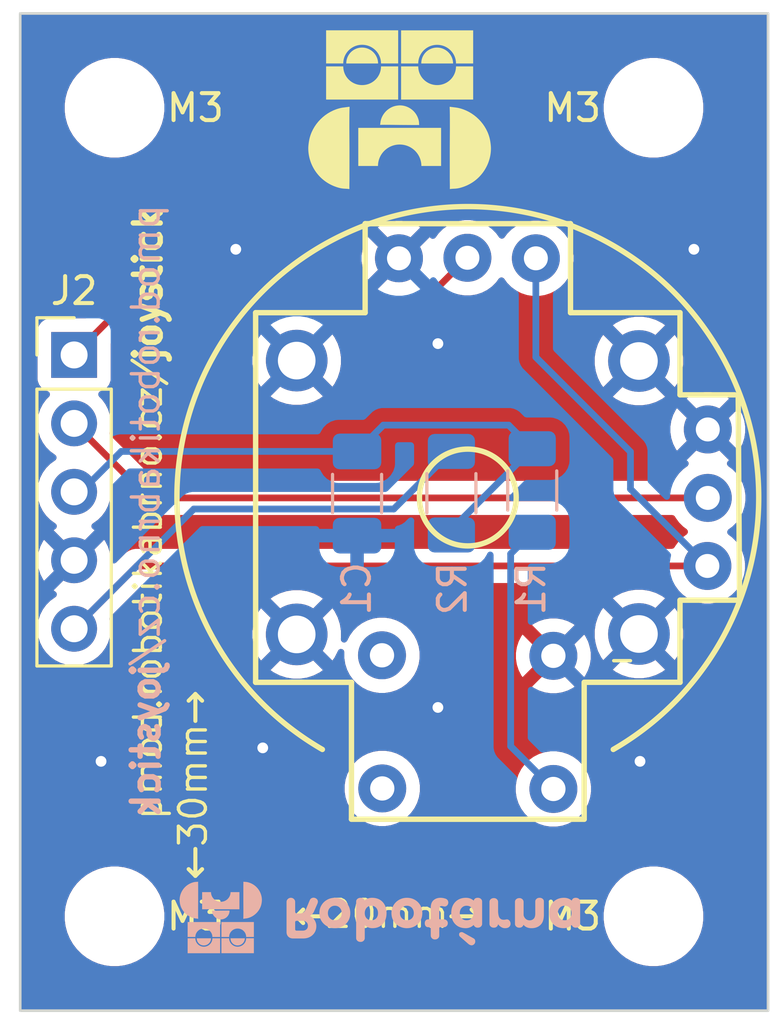
<source format=kicad_pcb>
(kicad_pcb (version 20241229) (generator "pcbnew") (generator_version "9.0")
  (layers (0 "F.Cu" signal) (2 "B.Cu" signal) (13 "F.Paste" user) (15 "B.Paste" user) (5 "F.SilkS" user "F.Silkscreen") (7 "B.SilkS" user "B.Silkscreen") (1 "F.Mask" user) (3 "B.Mask" user) (25 "Edge.Cuts" user))
  (net 0 "")
  (net 1 "Net-(J2-Pin_1)")
  (net 2 "Net-(U1-SEL+)")
  (net 3 "Net-(J2-Pin_2)")
  (net 4 "Net-(J2-Pin_3)")
  (net 5 "GND")
  (net 6 "+3V3")
  (footprint "COM-09032:XDCR_COM-09032" (layer "F.Cu") (at 138.11 113.710005 180)
    (property "Reference" "U1" (hide yes))
    (property "Value" "COM-09032" (hide yes))
  )
  (footprint "MountingHole:MountingHole_3.2mm_M3" (layer "F.Cu") (at 125 99.25)
    (property "Reference" "M3")
    (property "Value" "MountingHole_3.2mm_M3" (hide yes))
  )
  (footprint "MountingHole:MountingHole_3.2mm_M3" (layer "F.Cu") (at 145 129.25)
    (property "Reference" "M3")
    (property "Value" "MountingHole_3.2mm_M3" (hide yes))
  )
  (footprint "MountingHole:MountingHole_3.2mm_M3" (layer "F.Cu") (at 145 99.25)
    (property "Reference" "M3")
    (property "Value" "MountingHole_3.2mm_M3" (hide yes))
  )
  (footprint "Connector_PinHeader_2.54mm:PinHeader_1x05_P2.54mm_Vertical" (layer "F.Cu") (at 123.5 108.42)
    (property "Reference" "J2")
    (property "Value" "Conn_01x05_Pin" (hide yes))
  )
  (footprint "MountingHole:MountingHole_3.2mm_M3" (layer "F.Cu") (at 125 129.25)
    (property "Reference" "M3")
    (property "Value" "MountingHole_3.2mm_M3" (hide yes))
  )
  (footprint "Resistor_SMD:R_1206_3216Metric_Pad1.30x1.75mm_HandSolder" (layer "B.Cu") (at 140.5 113.45 -90)
    (property "Reference" "R1")
    (property "Value" "1k")
  )
  (footprint "Resistor_SMD:R_1206_3216Metric_Pad1.30x1.75mm_HandSolder" (layer "B.Cu") (at 137.5 113.55 90)
    (property "Reference" "R2")
    (property "Value" "10k")
  )
  (footprint "Capacitor_SMD:C_1206_3216Metric_Pad1.33x1.80mm_HandSolder" (layer "B.Cu") (at 134 113.5625 -90)
    (property "Reference" "C1")
    (property "Value" "0.1uF")
  )
  (gr_line (start 128 126.75) (end 128 127.75) (stroke (width 0.15)) (layer "F.SilkS"))
  (gr_line (start 131.75 129.25) (end 132 129.5) (stroke (width 0.15)) (layer "F.SilkS"))
  (gr_poly (pts (xy 135.618525 99.160411) (xy 135.644548 99.162023) (xy 135.670525 99.164621) (xy 135.696424 99.168196) (xy 135.722213 99.172739) (xy 135.747859 99.178242) (xy 135.773333 99.184697) (xy 135.7986 99.192094) (xy 135.823631 99.200425) (xy 135.848393 99.209682) (xy 135.872854 99.219855) (xy 135.896982 99.230938) (xy 135.920746 99.24292) (xy 135.944114 99.255793) (xy 135.967055 99.269549) (xy 135.989535 99.284179) (xy 136.011525 99.299674) (xy 136.032991 99.316027) (xy 136.053902 99.333228) (xy 136.074227 99.351268) (xy 136.093933 99.37014) (xy 136.112989 99.389835) (xy 136.131363 99.410344) (xy 136.149023 99.431658) (xy 136.165937 99.453769) (xy 136.182074 99.476668) (xy 136.197402 99.500348) (xy 136.21189 99.524798) (xy 136.225504 99.550011) (xy 136.238214 99.575978) (xy 136.249988 99.602691) (xy 136.260794 99.630141) (xy 136.269535 99.654705) (xy 136.276809 99.677161) (xy 136.282762 99.697716) (xy 136.287538 99.71658) (xy 136.291281 99.733963) (xy 136.294137 99.750072) (xy 136.29625 99.765118) (xy 136.297765 99.779308) (xy 136.298827 99.792853) (xy 136.299579 99.805961) (xy 136.300738 99.831703) (xy 136.301433 99.844756) (xy 136.302397 99.858207) (xy 136.303777 99.872267) (xy 136.305717 99.887145) (xy 136.301902 99.889193) (xy 136.279273 99.8884) (xy 136.256745 99.888046) (xy 136.211748 99.888206) (xy 136.16642 99.888777) (xy 136.120269 99.88886) (xy 135.581094 99.885763) (xy 135.217858 99.881394) (xy 135.001994 99.880617) (xy 134.917003 99.881549) (xy 134.859307 99.883733) (xy 134.855194 99.87927) (xy 134.855194 99.879271) (xy 134.872501 99.752413) (xy 134.878185 99.725425) (xy 134.884957 99.698726) (xy 134.892792 99.672344) (xy 134.901664 99.646307) (xy 134.922413 99.595381) (xy 134.946997 99.546173) (xy 134.975205 99.49891) (xy 135.006829 99.453816) (xy 135.041661 99.411116) (xy 135.079491 99.371038) (xy 135.120112 99.333805) (xy 135.163313 99.299643) (xy 135.208887 99.268779) (xy 135.256624 99.241436) (xy 135.306316 99.217841) (xy 135.33183 99.20752) (xy 135.357754 99.19822) (xy 135.384063 99.189969) (xy 135.41073 99.182797) (xy 135.437729 99.17673) (xy 135.465034 99.171798) (xy 135.480912 99.169391) (xy 135.497339 99.167129) (xy 135.514049 99.16507) (xy 135.530775 99.163269) (xy 135.547248 99.161784) (xy 135.563203 99.160672) (xy 135.578371 99.15999) (xy 135.592486 99.159793)) (fill yes) (layer "F.SilkS"))
  (gr_line (start 137.5 129.25) (end 138.5 129.25) (stroke (width 0.15)) (layer "F.SilkS"))
  (gr_poly (pts (xy 134.214422 97.015914) (xy 134.244427 97.018206) (xy 134.274011 97.021972) (xy 134.303139 97.027175) (xy 134.33177 97.033779) (xy 134.35987 97.041744) (xy 134.387399 97.051036) (xy 134.414321 97.061616) (xy 134.440598 97.073448) (xy 134.466192 97.086494) (xy 134.491067 97.100718) (xy 134.515184 97.116081) (xy 134.538506 97.132548) (xy 134.560996 97.150081) (xy 134.582617 97.168643) (xy 134.60333 97.188197) (xy 134.623098 97.208705) (xy 134.641884 97.230131) (xy 134.659651 97.252438) (xy 134.67636 97.275589) (xy 134.691975 97.299546) (xy 134.706458 97.324272) (xy 134.719772 97.34973) (xy 134.731878 97.375884) (xy 134.74274 97.402695) (xy 134.752321 97.430128) (xy 134.760581 97.458145) (xy 134.767485 97.486708) (xy 134.772995 97.515781) (xy 134.777073 97.545327) (xy 134.779682 97.575308) (xy 134.780784 97.605687) (xy 133.599937 97.605337) (xy 133.600384 97.574957) (xy 133.602346 97.544976) (xy 133.605788 97.515431) (xy 133.610671 97.48636) (xy 133.616961 97.4578) (xy 133.624619 97.429788) (xy 133.633609 97.40236) (xy 133.643895 97.375554) (xy 133.65544 97.349407) (xy 133.668207 97.323957) (xy 133.68216 97.299239) (xy 133.697261 97.275291) (xy 133.713474 97.252151) (xy 133.730763 97.229855) (xy 133.749091 97.20844) (xy 133.76842 97.187943) (xy 133.788715 97.168402) (xy 133.809939 97.149853) (xy 133.832054 97.132334) (xy 133.855025 97.115881) (xy 133.878815 97.100532) (xy 133.903386 97.086324) (xy 133.928703 97.073294) (xy 133.954728 97.061478) (xy 133.981425 97.050914) (xy 134.008757 97.041639) (xy 134.036688 97.03369) (xy 134.06518 97.027104) (xy 134.094198 97.021919) (xy 134.123704 97.01817) (xy 134.153661 97.015896) (xy 134.184034 97.015133)) (fill yes) (layer "F.SilkS"))
  (gr_poly (pts (xy 136.271436 97.75) (xy 136.27414 97.785186) (xy 136.278595 97.819861) (xy 136.284754 97.853981) (xy 136.292575 97.887502) (xy 136.302013 97.92038) (xy 136.313025 97.952574) (xy 136.325566 97.984037) (xy 136.339593 98.014728) (xy 136.355061 98.044603) (xy 136.371926 98.073618) (xy 136.390145 98.10173) (xy 136.409673 98.128894) (xy 136.430467 98.155068) (xy 136.452482 98.180208) (xy 136.475674 98.204271) (xy 136.5 98.227213) (xy 136.525415 98.24899) (xy 136.551876 98.269558) (xy 136.579338 98.288876) (xy 136.607758 98.306898) (xy 136.637091 98.323581) (xy 136.667293 98.338882) (xy 136.698321 98.352757) (xy 136.73013 98.365163) (xy 136.762677 98.376056) (xy 136.795917 98.385392) (xy 136.829806 98.393129) (xy 136.864301 98.399222) (xy 136.899358 98.403628) (xy 136.934932 98.406304) (xy 136.970979 98.407205) (xy 137.007023 98.406304) (xy 137.042594 98.403628) (xy 137.077647 98.399222) (xy 137.11214 98.393129) (xy 137.146027 98.385392) (xy 137.179265 98.376056) (xy 137.211809 98.365163) (xy 137.243616 98.352757) (xy 137.274642 98.338882) (xy 137.304843 98.323581) (xy 137.334175 98.306898) (xy 137.362593 98.288876) (xy 137.390054 98.269558) (xy 137.416513 98.24899) (xy 137.441928 98.227213) (xy 137.466253 98.204271) (xy 137.489444 98.180208) (xy 137.511459 98.155068) (xy 137.532252 98.128894) (xy 137.55178 98.10173) (xy 137.569998 98.073618) (xy 137.586863 98.044603) (xy 137.602331 98.014728) (xy 137.616357 97.984037) (xy 137.628898 97.952574) (xy 137.63991 97.92038) (xy 137.649348 97.887502) (xy 137.657169 97.853981) (xy 137.663328 97.819861) (xy 137.667783 97.785186) (xy 137.670487 97.75) (xy 137.671399 97.714345) (xy 138.308084 97.714345) (xy 138.308084 98.944508) (xy 135.633857 98.944508) (xy 135.633857 97.714345) (xy 136.270524 97.714345)) (fill yes) (layer "F.SilkS"))
  (gr_poly (pts (xy 136.997219 97.015914) (xy 137.027224 97.018206) (xy 137.056809 97.021972) (xy 137.085936 97.027175) (xy 137.114568 97.033779) (xy 137.142667 97.041744) (xy 137.170196 97.051036) (xy 137.197118 97.061616) (xy 137.223395 97.073448) (xy 137.24899 97.086494) (xy 137.273864 97.100718) (xy 137.297981 97.116081) (xy 137.321304 97.132548) (xy 137.343794 97.150081) (xy 137.365414 97.168643) (xy 137.386127 97.188197) (xy 137.405895 97.208705) (xy 137.424681 97.230131) (xy 137.442448 97.252438) (xy 137.459158 97.275589) (xy 137.474772 97.299546) (xy 137.489255 97.324272) (xy 137.502569 97.34973) (xy 137.514675 97.375884) (xy 137.525537 97.402695) (xy 137.535118 97.430128) (xy 137.543378 97.458145) (xy 137.550282 97.486708) (xy 137.555792 97.515781) (xy 137.55987 97.545327) (xy 137.562479 97.575308) (xy 137.563581 97.605687) (xy 136.382734 97.605337) (xy 136.383181 97.574957) (xy 136.385143 97.544976) (xy 136.388585 97.515431) (xy 136.393468 97.48636) (xy 136.399758 97.4578) (xy 136.407416 97.429788) (xy 136.416406 97.40236) (xy 136.426692 97.375554) (xy 136.438237 97.349407) (xy 136.451004 97.323957) (xy 136.464957 97.299239) (xy 136.480058 97.275291) (xy 136.496271 97.252151) (xy 136.51356 97.229855) (xy 136.531888 97.20844) (xy 136.551217 97.187943) (xy 136.571512 97.168402) (xy 136.592736 97.149853) (xy 136.614851 97.132334) (xy 136.637822 97.115881) (xy 136.661611 97.100532) (xy 136.686183 97.086324) (xy 136.711499 97.073294) (xy 136.737525 97.061478) (xy 136.764222 97.050914) (xy 136.791554 97.041639) (xy 136.819484 97.03369) (xy 136.847977 97.027104) (xy 136.876995 97.021919) (xy 136.906501 97.01817) (xy 136.936458 97.015896) (xy 136.966831 97.015133)) (fill yes) (layer "F.SilkS"))
  (gr_line (start 132.75 129.25) (end 131.75 129.25) (stroke (width 0.15)) (layer "F.SilkS"))
  (gr_poly (pts (xy 137.118154 101.408595) (xy 136.386426 101.408595) (xy 136.385379 101.367619) (xy 136.38227 101.32718) (xy 136.377152 101.287329) (xy 136.370073 101.248116) (xy 136.361085 101.209592) (xy 136.350238 101.171805) (xy 136.337583 101.134806) (xy 136.323171 101.098646) (xy 136.307051 101.063373) (xy 136.289275 101.029039) (xy 136.269894 100.995693) (xy 136.248956 100.963385) (xy 136.226515 100.932166) (xy 136.202619 100.902084) (xy 136.177319 100.873191) (xy 136.150666 100.845537) (xy 136.122711 100.819171) (xy 136.093504 100.794143) (xy 136.063096 100.770504) (xy 136.031537 100.748303) (xy 135.998878 100.727591) (xy 135.965169 100.708418) (xy 135.930461 100.690833) (xy 135.894805 100.674886) (xy 135.858251 100.660628) (xy 135.820849 100.648109) (xy 135.782651 100.637379) (xy 135.743707 100.628488) (xy 135.704067 100.621485) (xy 135.663782 100.616421) (xy 135.622902 100.613346) (xy 135.581479 100.61231) (xy 135.540051 100.613346) (xy 135.499167 100.616421) (xy 135.458877 100.621485) (xy 135.419233 100.628488) (xy 135.380285 100.637379) (xy 135.342083 100.648109) (xy 135.304678 100.660628) (xy 135.26812 100.674886) (xy 135.23246 100.690833) (xy 135.19775 100.708418) (xy 135.164038 100.727591) (xy 135.131376 100.748303) (xy 135.099814 100.770504) (xy 135.069403 100.794143) (xy 135.040194 100.819171) (xy 135.012237 100.845537) (xy 134.985582 100.873191) (xy 134.960281 100.902084) (xy 134.936383 100.932166) (xy 134.91394 100.963385) (xy 134.893001 100.995693) (xy 134.873618 101.029039) (xy 134.855841 101.063373) (xy 134.839721 101.098646) (xy 134.825307 101.134806) (xy 134.812652 101.171805) (xy 134.801804 101.209592) (xy 134.792816 101.248116) (xy 134.785737 101.287329) (xy 134.780618 101.32718) (xy 134.777509 101.367619) (xy 134.776462 101.408595) (xy 134.044769 101.408595) (xy 134.044769 99.994823) (xy 137.118154 99.994823)) (fill yes) (layer "F.SilkS"))
  (gr_line (start 131.75 129.25) (end 132 129) (stroke (width 0.15)) (layer "F.SilkS"))
  (gr_line (start 128 121) (end 128.25 121.25) (stroke (width 0.15)) (layer "F.SilkS"))
  (gr_line (start 128 121) (end 127.75 121.25) (stroke (width 0.15)) (layer "F.SilkS"))
  (gr_poly (pts (xy 133.488638 97.75) (xy 133.491343 97.785186) (xy 133.495797 97.819861) (xy 133.501957 97.853981) (xy 133.509778 97.887502) (xy 133.519216 97.92038) (xy 133.530228 97.952574) (xy 133.542769 97.984037) (xy 133.556795 98.014728) (xy 133.572263 98.044603) (xy 133.589129 98.073618) (xy 133.607348 98.10173) (xy 133.626876 98.128894) (xy 133.647669 98.155068) (xy 133.669685 98.180208) (xy 133.692877 98.204271) (xy 133.717203 98.227213) (xy 133.742618 98.24899) (xy 133.769079 98.269558) (xy 133.796541 98.288876) (xy 133.824961 98.306898) (xy 133.854293 98.323581) (xy 133.884496 98.338882) (xy 133.915524 98.352757) (xy 133.947333 98.365163) (xy 133.97988 98.376056) (xy 134.01312 98.385392) (xy 134.047009 98.393129) (xy 134.081504 98.399222) (xy 134.11656 98.403628) (xy 134.152134 98.406304) (xy 134.188182 98.407205) (xy 134.224226 98.406304) (xy 134.259796 98.403628) (xy 134.29485 98.399222) (xy 134.329342 98.393129) (xy 134.363229 98.385392) (xy 134.396467 98.376056) (xy 134.429012 98.365163) (xy 134.460819 98.352757) (xy 134.491845 98.338882) (xy 134.522046 98.323581) (xy 134.551378 98.306898) (xy 134.579796 98.288876) (xy 134.607257 98.269558) (xy 134.633716 98.24899) (xy 134.659131 98.227213) (xy 134.683456 98.204271) (xy 134.706647 98.180208) (xy 134.728662 98.155068) (xy 134.749455 98.128894) (xy 134.768982 98.10173) (xy 134.787201 98.073618) (xy 134.804066 98.044603) (xy 134.819533 98.014728) (xy 134.83356 97.984037) (xy 134.846101 97.952574) (xy 134.857112 97.92038) (xy 134.866551 97.887502) (xy 134.874372 97.853981) (xy 134.880531 97.819861) (xy 134.884985 97.785186) (xy 134.88769 97.75) (xy 134.888601 97.714345) (xy 135.525287 97.714345) (xy 135.525287 98.944508) (xy 132.851059 98.944508) (xy 132.851059 97.714345) (xy 133.487727 97.714345)) (fill yes) (layer "F.SilkS"))
  (gr_poly (pts (xy 133.722944 99.22008) (xy 133.717601 99.341517) (xy 133.714543 99.52043) (xy 133.713409 99.974879) (xy 133.717957 100.73964) (xy 133.717572 101.874725) (xy 133.716796 101.971895) (xy 133.715013 102.067325) (xy 133.714102 102.162054) (xy 133.714562 102.209479) (xy 133.715944 102.257117) (xy 133.711552 102.26515) (xy 133.680257 102.260872) (xy 133.650677 102.257784) (xy 133.622372 102.255578) (xy 133.594905 102.253946) (xy 133.540728 102.251175) (xy 133.513143 102.249422) (xy 133.484643 102.247013) (xy 133.454788 102.243641) (xy 133.423141 102.238999) (xy 133.389264 102.232779) (xy 133.352718 102.224675) (xy 133.313065 102.214377) (xy 133.269867 102.20158) (xy 133.222685 102.185975) (xy 133.171082 102.167255) (xy 133.113435 102.144157) (xy 133.057352 102.11903) (xy 133.00285 102.091941) (xy 132.949947 102.062958) (xy 132.898661 102.032147) (xy 132.849009 101.999576) (xy 132.801009 101.965311) (xy 132.754678 101.929419) (xy 132.710034 101.891968) (xy 132.667095 101.853025) (xy 132.625878 101.812655) (xy 132.586402 101.770928) (xy 132.548683 101.727908) (xy 132.51274 101.683665) (xy 132.478589 101.638263) (xy 132.446249 101.591772) (xy 132.415738 101.544257) (xy 132.387072 101.495785) (xy 132.36027 101.446424) (xy 132.335349 101.396241) (xy 132.312327 101.345302) (xy 132.291222 101.293675) (xy 132.27205 101.241426) (xy 132.254831 101.188624) (xy 132.23958 101.135333) (xy 132.226317 101.081623) (xy 132.215059 101.027559) (xy 132.205823 100.973209) (xy 132.198626 100.91864) (xy 132.193488 100.863919) (xy 132.190425 100.809112) (xy 132.189454 100.754287) (xy 132.190058 100.724579) (xy 132.191696 100.692659) (xy 132.194246 100.65909) (xy 132.197585 100.624433) (xy 132.201591 100.589249) (xy 132.206142 100.5541) (xy 132.211115 100.519547) (xy 132.216387 100.486152) (xy 132.227121 100.428733) (xy 132.240239 100.371973) (xy 132.255681 100.315925) (xy 132.273387 100.260646) (xy 132.293299 100.206189) (xy 132.315355 100.152609) (xy 132.365665 100.048298) (xy 132.423839 99.94815) (xy 132.489401 99.852603) (xy 132.561873 99.762091) (xy 132.640777 99.677053) (xy 132.725637 99.597925) (xy 132.815974 99.525144) (xy 132.911312 99.459145) (xy 133.011174 99.400367) (xy 133.115081 99.349246) (xy 133.222557 99.306218) (xy 133.277484 99.287876) (xy 133.333124 99.271721) (xy 133.389417 99.257807) (xy 133.446304 99.24619) (xy 133.713599 99.211365)) (fill yes) (layer "F.SilkS"))
  (gr_line (start 128 127.75) (end 127.75 127.5) (stroke (width 0.15)) (layer "F.SilkS"))
  (gr_line (start 128 122) (end 128 121) (stroke (width 0.15)) (layer "F.SilkS"))
  (gr_line (start 128 127.75) (end 128.25 127.5) (stroke (width 0.15)) (layer "F.SilkS"))
  (gr_poly (pts (xy 137.711718 99.24619) (xy 137.768605 99.257807) (xy 137.824899 99.271721) (xy 137.880538 99.287876) (xy 137.935465 99.306218) (xy 138.04294 99.349246) (xy 138.146846 99.400367) (xy 138.246706 99.459145) (xy 138.342043 99.525144) (xy 138.432379 99.597925) (xy 138.517237 99.677053) (xy 138.596139 99.762091) (xy 138.668609 99.852603) (xy 138.73417 99.94815) (xy 138.792343 100.048298) (xy 138.842652 100.152609) (xy 138.864708 100.206189) (xy 138.884619 100.260646) (xy 138.902325 100.315925) (xy 138.917766 100.371973) (xy 138.930884 100.428733) (xy 138.941618 100.486152) (xy 138.94689 100.519547) (xy 138.951863 100.5541) (xy 138.956414 100.589249) (xy 138.96042 100.624433) (xy 138.963759 100.65909) (xy 138.966309 100.692659) (xy 138.967947 100.724579) (xy 138.968551 100.754287) (xy 138.96758 100.809112) (xy 138.964517 100.863919) (xy 138.959379 100.91864) (xy 138.952182 100.973209) (xy 138.942946 101.027559) (xy 138.931688 101.081623) (xy 138.918425 101.135333) (xy 138.903175 101.188624) (xy 138.885955 101.241426) (xy 138.866784 101.293675) (xy 138.845678 101.345302) (xy 138.822656 101.396241) (xy 138.797735 101.446424) (xy 138.770933 101.495785) (xy 138.742267 101.544257) (xy 138.711756 101.591772) (xy 138.679416 101.638263) (xy 138.645266 101.683665) (xy 138.609322 101.727908) (xy 138.571603 101.770928) (xy 138.532127 101.812655) (xy 138.49091 101.853025) (xy 138.447971 101.891968) (xy 138.403328 101.929419) (xy 138.356997 101.965311) (xy 138.308996 101.999576) (xy 138.259344 102.032147) (xy 138.208058 102.062958) (xy 138.155155 102.091941) (xy 138.100653 102.11903) (xy 138.04457 102.144157) (xy 137.986923 102.167255) (xy 137.93532 102.185975) (xy 137.888139 102.20158) (xy 137.844941 102.214377) (xy 137.805288 102.224675) (xy 137.768742 102.232779) (xy 137.734865 102.238999) (xy 137.703218 102.243641) (xy 137.673363 102.247013) (xy 137.644862 102.249422) (xy 137.617277 102.251175) (xy 137.563101 102.253946) (xy 137.535633 102.255578) (xy 137.507328 102.257784) (xy 137.477748 102.260872) (xy 137.446454 102.26515) (xy 137.442061 102.257117) (xy 137.443444 102.209479) (xy 137.443903 102.162054) (xy 137.442993 102.067325) (xy 137.441209 101.971895) (xy 137.440434 101.874725) (xy 137.440048 100.73964) (xy 137.444596 99.974879) (xy 137.443462 99.52043) (xy 137.440404 99.341517) (xy 137.435061 99.22008) (xy 137.444423 99.211365)) (fill yes) (layer "F.SilkS"))
  (gr_line (start 138.5 129.25) (end 138.25 129.5) (stroke (width 0.15)) (layer "F.SilkS"))
  (gr_poly (pts (xy 138.308084 97.606143) (xy 137.671399 97.606143) (xy 137.670487 97.570488) (xy 137.667783 97.535302) (xy 137.663328 97.500627) (xy 137.657169 97.466508) (xy 137.649348 97.432987) (xy 137.63991 97.400108) (xy 137.628898 97.367915) (xy 137.616357 97.336451) (xy 137.602331 97.30576) (xy 137.586863 97.275885) (xy 137.569998 97.24687) (xy 137.55178 97.218759) (xy 137.532252 97.191594) (xy 137.511459 97.16542) (xy 137.489444 97.14028) (xy 137.466253 97.116217) (xy 137.441928 97.093276) (xy 137.416513 97.071499) (xy 137.390054 97.05093) (xy 137.362593 97.031613) (xy 137.334175 97.013591) (xy 137.304843 96.996908) (xy 137.274642 96.981607) (xy 137.243616 96.967731) (xy 137.211809 96.955326) (xy 137.179265 96.944433) (xy 137.146027 96.935096) (xy 137.11214 96.927359) (xy 137.077647 96.921266) (xy 137.042594 96.91686) (xy 137.007023 96.914184) (xy 136.970979 96.913283) (xy 136.934932 96.914184) (xy 136.899358 96.91686) (xy 136.864301 96.921266) (xy 136.829806 96.927359) (xy 136.795917 96.935096) (xy 136.762677 96.944433) (xy 136.73013 96.955326) (xy 136.698321 96.967731) (xy 136.667293 96.981607) (xy 136.637091 96.996908) (xy 136.607758 97.013591) (xy 136.579338 97.031613) (xy 136.551876 97.05093) (xy 136.525415 97.071499) (xy 136.5 97.093276) (xy 136.475674 97.116217) (xy 136.452482 97.14028) (xy 136.430467 97.16542) (xy 136.409673 97.191594) (xy 136.390145 97.218759) (xy 136.371926 97.24687) (xy 136.355061 97.275885) (xy 136.339593 97.30576) (xy 136.325566 97.336451) (xy 136.313025 97.367915) (xy 136.302013 97.400108) (xy 136.292575 97.432987) (xy 136.284754 97.466508) (xy 136.278595 97.500627) (xy 136.27414 97.535302) (xy 136.271436 97.570488) (xy 136.270524 97.606143) (xy 135.633857 97.606143) (xy 135.633857 96.37598) (xy 138.308084 96.37598)) (fill yes) (layer "F.SilkS"))
  (gr_poly (pts (xy 135.525287 97.604393) (xy 134.888601 97.604393) (xy 134.88769 97.568738) (xy 134.884985 97.533552) (xy 134.880531 97.498877) (xy 134.874372 97.464758) (xy 134.866551 97.431237) (xy 134.857112 97.398358) (xy 134.846101 97.366165) (xy 134.83356 97.334701) (xy 134.819533 97.30401) (xy 134.804066 97.274135) (xy 134.787201 97.24512) (xy 134.768982 97.217009) (xy 134.749455 97.189844) (xy 134.728662 97.16367) (xy 134.706647 97.13853) (xy 134.683456 97.114467) (xy 134.659131 97.091526) (xy 134.633716 97.069749) (xy 134.607257 97.04918) (xy 134.579796 97.029863) (xy 134.551378 97.011841) (xy 134.522046 96.995157) (xy 134.491845 96.979857) (xy 134.460819 96.965981) (xy 134.429012 96.953576) (xy 134.396467 96.942683) (xy 134.363229 96.933346) (xy 134.329342 96.925609) (xy 134.29485 96.919516) (xy 134.259796 96.91511) (xy 134.224226 96.912434) (xy 134.188182 96.911533) (xy 134.152134 96.912434) (xy 134.11656 96.91511) (xy 134.081504 96.919516) (xy 134.047009 96.925609) (xy 134.01312 96.933346) (xy 133.97988 96.942683) (xy 133.947333 96.953576) (xy 133.915524 96.965981) (xy 133.884496 96.979857) (xy 133.854293 96.995157) (xy 133.824961 97.011841) (xy 133.796541 97.029863) (xy 133.769079 97.04918) (xy 133.742618 97.069749) (xy 133.717203 97.091526) (xy 133.692877 97.114467) (xy 133.669685 97.13853) (xy 133.647669 97.16367) (xy 133.626876 97.189844) (xy 133.607348 97.217009) (xy 133.589129 97.24512) (xy 133.572263 97.274135) (xy 133.556795 97.30401) (xy 133.542769 97.334701) (xy 133.530228 97.366165) (xy 133.519216 97.398358) (xy 133.509778 97.431237) (xy 133.501957 97.464758) (xy 133.495797 97.498877) (xy 133.491343 97.533552) (xy 133.488638 97.568738) (xy 133.487727 97.604393) (xy 132.851059 97.604393) (xy 132.851059 96.37423) (xy 135.525287 96.37423)) (fill yes) (layer "F.SilkS"))
  (gr_line (start 138.5 129.25) (end 138.25 129) (stroke (width 0.15)) (layer "F.SilkS"))
  (gr_poly (pts (xy 132.021425 130.071869) (xy 132.048164 130.070334) (xy 132.074234 130.067775) (xy 132.099635 130.064193) (xy 132.124369 130.059588) (xy 132.148435 130.053959) (xy 132.171833 130.047307) (xy 132.194563 130.039632) (xy 132.216625 130.030934) (xy 132.23802 130.021212) (xy 132.258747 130.010467) (xy 132.278806 129.998699) (xy 132.298198 129.985909) (xy 132.316923 129.972095) (xy 132.334981 129.957258) (xy 132.352371 129.941398) (xy 132.36889 129.924772) (xy 132.384344 129.907634) (xy 132.398732 129.889985) (xy 132.412054 129.871824) (xy 132.424311 129.853152) (xy 132.435503 129.833969) (xy 132.445628 129.814274) (xy 132.454688 129.794067) (xy 132.462683 129.773349) (xy 132.469611 129.752118) (xy 132.475474 129.730376) (xy 132.480271 129.708122) (xy 132.484002 129.685356) (xy 132.486667 129.662077) (xy 132.488266 129.638287) (xy 132.488799 129.613984) (xy 132.488557 129.599489) (xy 132.487832 129.585109) (xy 132.486624 129.570841) (xy 132.484932 129.556688) (xy 132.482757 129.542648) (xy 132.480099 129.528721) (xy 132.476958 129.514908) (xy 132.473334 129.501209) (xy 132.469226 129.487624) (xy 132.464636 129.474153) (xy 132.459562 129.460795) (xy 132.454006 129.447551) (xy 132.447966 129.434422) (xy 132.441444 129.421406) (xy 132.434439 129.408504) (xy 132.426951 129.395716) (xy 132.419004 129.383137) (xy 132.410632 129.370871) (xy 132.401833 129.358918) (xy 132.392609 129.347278) (xy 132.382959 129.335951) (xy 132.372884 129.324937) (xy 132.362382 129.314237) (xy 132.351454 129.303849) (xy 132.340099 129.293774) (xy 132.328318 129.284012) (xy 132.31611 129.274563) (xy 132.303476 129.265427) (xy 132.290415 129.256603) (xy 132.276927 129.248092) (xy 132.263012 129.239894) (xy 132.248669 129.232009) (xy 132.255002 129.228751) (xy 132.261263 129.225352) (xy 132.267454 129.221811) (xy 132.273573 129.218128) (xy 132.279622 129.214303) (xy 132.285599 129.210337) (xy 132.291505 129.206229) (xy 132.29734 129.201979) (xy 132.303104 129.197587) (xy 132.308797 129.193053) (xy 132.314418 129.188378) (xy 132.319968 129.18356) (xy 132.325447 129.178601) (xy 132.330854 129.173501) (xy 132.33619 129.168258) (xy 132.341454 129.162873) (xy 132.346618 129.157347) (xy 132.351655 129.151678) (xy 132.356565 129.145867) (xy 132.361346 129.139913) (xy 132.366 129.133817) (xy 132.370526 129.127579) (xy 132.374924 129.121199) (xy 132.379194 129.114676) (xy 132.383336 129.108012) (xy 132.387351 129.101205) (xy 132.391237 129.094256) (xy 132.394995 129.087166) (xy 132.398625 129.079933) (xy 132.402127 129.072558) (xy 132.405501 129.065042) (xy 132.408746 129.057384) (xy 132.528812 128.780899) (xy 132.533074 128.770206) (xy 132.536768 128.759969) (xy 132.539892 128.750189) (xy 132.541241 128.74547) (xy 132.542448 128.740865) (xy 132.543513 128.736375) (xy 132.544435 128.731998) (xy 132.545216 128.727735) (xy 132.545854 128.723587) (xy 132.546351 128.719552) (xy 132.546705 128.715632) (xy 132.546918 128.711826) (xy 132.546989 128.708134) (xy 132.54679 128.700038) (xy 132.546193 128.692127) (xy 132.545199 128.684402) (xy 132.543807 128.676861) (xy 132.542017 128.669505) (xy 132.539829 128.662334) (xy 132.537243 128.655349) (xy 132.53426 128.648548) (xy 132.530878 128.641932) (xy 132.527098 128.635501) (xy 132.52292 128.629255) (xy 132.518344 128.623195) (xy 132.51337 128.617319) (xy 132.507998 128.611628) (xy 132.502228 128.606122) (xy 132.496059 128.600801) (xy 132.489648 128.595736) (xy 132.483153 128.590998) (xy 132.476572 128.586586) (xy 132.469906 128.582501) (xy 132.463155 128.578743) (xy 132.45632 128.575312) (xy 132.449399 128.572208) (xy 132.442392 128.56943) (xy 132.435301 128.566979) (xy 132.428125 128.564855) (xy 132.420864 128.563058) (xy 132.413517 128.561588) (xy 132.406086 128.560444) (xy 132.398569 128.559627) (xy 132.390968 128.559137) (xy 132.383281 128.558973) (xy 132.378287 128.559059) (xy 132.373307 128.559314) (xy 132.36834 128.55974) (xy 132.363389 128.560336) (xy 132.358451 128.561102) (xy 132.353527 128.562039) (xy 132.348618 128.563147) (xy 132.343723 128.564425) (xy 132.338842 128.565875) (xy 132.333975 128.567495) (xy 132.329122 128.569286) (xy 132.324284 128.571248) (xy 132.319459 128.573381) (xy 132.314649 128.575686) (xy 132.309853 128.578161) (xy 132.305071 128.580808) (xy 132.300361 128.583636) (xy 132.295777 128.586662) (xy 132.291322 128.589887) (xy 132.286994 128.593312) (xy 132.282794 128.596935) (xy 132.278722 128.600758) (xy 132.274778 128.604779) (xy 132.270961 128.608999) (xy 132.267273 128.613418) (xy 132.263712 128.618036) (xy 132.26028 128.622853) (xy 132.256975 128.627868) (xy 132.253799 128.633082) (xy 132.250751 128.638495) (xy 132.247831 128.644106) (xy 132.245039 128.649916) (xy 132.106797 128.980989) (xy 132.102156 128.991708) (xy 132.097331 129.002044) (xy 132.092321 129.011997) (xy 132.087126 129.021567) (xy 132.081746 129.030754) (xy 132.076182 129.039558) (xy 132.070432 129.047978) (xy 132.064498 129.056015) (xy 132.058379 129.063669) (xy 132.052076 129.070939) (xy 132.045588 129.077825) (xy 132.038916 129.084327) (xy 132.032059 129.090446) (xy 132.025017 129.096181) (xy 132.017792 129.101532) (xy 132.010381 129.106498) (xy 132.002801 129.111124) (xy 131.995064 129.115451) (xy 131.98717 129.11948) (xy 131.979119 129.12321) (xy 131.970913 129.126642) (xy 131.96255 129.129775) (xy 131.95403 129.13261) (xy 131.945354 129.135147) (xy 131.936522 129.137385) (xy 131.927534 129.139325) (xy 131.918389 129.140966) (xy 131.909088 129.142309) (xy 131.899631 129.143353) (xy 131.890018 129.144099) (xy 131.880249 129.144547) (xy 131.870324 129.144696) (xy 131.775751 129.144696) (xy 131.771274 129.144625) (xy 131.76694 129.144412) (xy 131.762747 129.144057) (xy 131.758697 129.143559) (xy 131.754789 129.14292) (xy 131.751022 129.142138) (xy 131.747398 129.141214) (xy 131.743916 129.140148) (xy 131.740577 129.13894) (xy 131.737379 129.13759) (xy 131.734323 129.136098) (xy 131.73141 129.134463) (xy 131.728639 129.132687) (xy 131.726009 129.130768) (xy 131.723522 129.128708) (xy 131.721177 129.126505) (xy 131.718975 129.12416) (xy 131.716914 129.121673) (xy 131.714995 129.119044) (xy 131.713219 129.116272) (xy 131.711584 129.113359) (xy 131.710092 129.110303) (xy 131.708742 129.107106) (xy 131.707534 129.103766) (xy 131.706468 129.100284) (xy 131.705544 129.09666) (xy 131.704763 129.092894) (xy 131.704123 129.088985) (xy 131.703626 129.084935) (xy 131.70327 129.080742) (xy 131.703057 129.076408) (xy 131.702986 129.071931) (xy 131.702986 128.715394) (xy 131.702801 128.707728) (xy 131.702246 128.70019) (xy 131.701322 128.69278) (xy 131.700027 128.685498) (xy 131.698363 128.678344) (xy 131.69633 128.671317) (xy 131.693927 128.664418) (xy 131.691154 128.657647) (xy 131.688013 128.651004) (xy 131.684502 128.644489) (xy 131.680622 128.638102) (xy 131.676372 128.631843) (xy 131.671754 128.625712) (xy 131.666767 128.619709) (xy 131.661411 128.613835) (xy 131.655686 128.608089) (xy 131.649701 128.602579) (xy 131.643574 128.597425) (xy 131.637306 128.592627) (xy 131.630895 128.588185) (xy 131.624343 128.584098) (xy 131.617649 128.580367) (xy 131.610813 128.576991) (xy 131.603835 128.573971) (xy 131.596716 128.571307) (xy 131.589454 128.568998) (xy 131.582051 128.567044) (xy 131.574506 128.565445) (xy 131.56682 128.564202) (xy 131.558991 128.563314) (xy 131.551021 128.562781) (xy 131.542909 128.562604) (xy 131.534792 128.562781) (xy 131.526818 128.563314) (xy 131.518986 128.564202) (xy 131.511296 128.565445) (xy 131.503749 128.567044) (xy 131.496344 128.568998) (xy 131.489082 128.571307) (xy 131.481962 128.573971) (xy 131.474985 128.576992) (xy 131.46815 128.580367) (xy 131.461457 128.584098) (xy 131.454907 128.588185) (xy 131.4485 128.592627) (xy 131.442234 128.597425) (xy 131.436112 128.602579) (xy 131.430131 128.608089) (xy 131.424402 128.613835) (xy 131.419043 128.619709) (xy 131.414053 128.625712) (xy 131.409434 128.631843) (xy 131.405184 128.638102) (xy 131.401304 128.644489) (xy 131.397794 128.651004) (xy 131.394653 128.657647) (xy 131.391882 128.664418) (xy 131.389481 128.671317) (xy 131.387449 128.678344) (xy 131.385786 128.685498) (xy 131.384494 128.69278) (xy 131.38357 128.70019) (xy 131.383016 128.707728) (xy 131.382832 128.715394) (xy 131.382832 129.726761) (xy 131.702987 129.726761) (xy 131.702987 129.472111) (xy 131.70304 129.468753) (xy 131.7032 129.465502) (xy 131.703466 129.462358) (xy 131.703839 129.45932) (xy 131.704318 129.456388) (xy 131.704904 129.453563) (xy 131.705596 129.450845) (xy 131.706395 129.448233) (xy 131.707301 129.445727) (xy 131.708313 129.443329) (xy 131.709432 129.441036) (xy 131.710657 129.438851) (xy 131.711988 129.436772) (xy 131.713427 129.434799) (xy 131.714972 129.432933) (xy 131.716623 129.431174) (xy 131.718381 129.429521) (xy 131.720246 129.427975) (xy 131.722217 129.426535) (xy 131.724295 129.425202) (xy 131.72648 129.423976) (xy 131.728771 129.422856) (xy 131.731168 129.421843) (xy 131.733673 129.420936) (xy 131.736284 129.420137) (xy 131.739001 129.419443) (xy 131.741826 129.418857) (xy 131.744756 129.418377) (xy 131.747794 129.418003) (xy 131.750938 129.417737) (xy 131.754189 129.417577) (xy 131.757547 129.417524) (xy 131.979471 129.417524) (xy 131.990691 129.417723) (xy 132.001613 129.41832) (xy 132.012235 129.419316) (xy 132.022558 129.42071) (xy 132.032583 129.422502) (xy 132.042308 129.424692) (xy 132.051736 129.42728) (xy 132.060865 129.430266) (xy 132.069695 129.433651) (xy 132.078227 129.437433) (xy 132.086461 129.441613) (xy 132.094397 129.446191) (xy 132.102034 129.451167) (xy 132.109374 129.456541) (xy 132.116415 129.462312) (xy 132.123159 129.468481) (xy 132.129548 129.474958) (xy 132.135525 129.481663) (xy 132.14109 129.488596) (xy 132.146243 129.495757) (xy 132.150984 129.503145) (xy 132.155313 129.510762) (xy 132.15923 129.518606) (xy 132.162735 129.526678) (xy 132.165827 129.534977) (xy 132.168508 129.543504) (xy 132.170776 129.552258) (xy 132.172632 129.561239) (xy 132.174075 129.570448) (xy 132.175106 129.579884) (xy 132.175725 129.589546) (xy 132.175931 129.599436) (xy 132.175725 129.609758) (xy 132.175106 129.619811) (xy 132.174075 129.629594) (xy 132.172632 129.639108) (xy 132.170776 129.648352) (xy 132.168508 129.657326) (xy 132.165827 129.666031) (xy 132.162735 129.674466) (xy 132.15923 129.682632) (xy 132.155313 129.690527) (xy 132.150984 129.698153) (xy 132.146243 129.705509) (xy 132.14109 129.712595) (xy 132.135525 129.719411) (xy 132.129548 129.725957) (xy 132.123159 129.732234) (xy 132.116415 129.738178) (xy 132.109374 129.74374) (xy 132.102034 129.748918) (xy 132.094397 129.753714) (xy 132.086461 129.758126) (xy 132.078227 129.762155) (xy 132.069695 129.765801) (xy 132.060865 129.769063) (xy 132.051736 129.771942) (xy 132.042308 129.774437) (xy 132.032583 129.776548) (xy 132.022558 129.778276) (xy 132.012235 129.77962) (xy 132.001613 129.78058) (xy 131.990691 129.781156) (xy 131.979471 129.781349) (xy 131.757547 129.781349) (xy 131.754189 129.781295) (xy 131.750938 129.781135) (xy 131.747794 129.780869) (xy 131.744756 129.780495) (xy 131.741826 129.780015) (xy 131.739001 129.779429) (xy 131.736284 129.778735) (xy 131.733673 129.777936) (xy 131.731168 129.777029) (xy 131.728771 129.776016) (xy 131.72648 129.774896) (xy 131.724295 129.77367) (xy 131.722217 129.772337) (xy 131.720246 129.770897) (xy 131.718381 129.769351) (xy 131.716623 129.767698) (xy 131.714972 129.765939) (xy 131.713427 129.764073) (xy 131.711988 129.7621) (xy 131.710657 129.760021) (xy 131.709432 129.757836) (xy 131.708313 129.755543) (xy 131.707301 129.753145) (xy 131.706395 129.750639) (xy 131.705596 129.748027) (xy 131.704904 129.745309) (xy 131.704318 129.742484) (xy 131.703839 129.739552) (xy 131.703466 129.736514) (xy 131.7032 129.73337) (xy 131.70304 129.730119) (xy 131.702987 129.726761) (xy 131.382832 129.726761) (xy 131.382832 129.835909) (xy 131.383094 129.848942) (xy 131.383883 129.861662) (xy 131.385198 129.874068) (xy 131.387039 129.886162) (xy 131.389405 129.897943) (xy 131.392297 129.909411) (xy 131.395715 129.920567) (xy 131.399658 129.931409) (xy 131.404127 129.941939) (xy 131.409122 129.952157) (xy 131.414642 129.962062) (xy 131.420687 129.971655) (xy 131.427258 129.980935) (xy 131.434355 129.989903) (xy 131.441977 129.998559) (xy 131.450124 130.006904) (xy 131.458716 130.014831) (xy 131.467664 130.022247) (xy 131.476967 130.029152) (xy 131.486625 130.035546) (xy 131.496638 130.041429) (xy 131.507006 130.0468) (xy 131.51773 130.05166) (xy 131.528808 130.056008) (xy 131.540242 130.059845) (xy 131.552031 130.063171) (xy 131.564175 130.065985) (xy 131.576674 130.068287) (xy 131.589528 130.070078) (xy 131.602737 130.071358) (xy 131.616302 130.072125) (xy 131.630222 130.072381) (xy 131.994019 130.072381)) (fill yes) (layer "B.SilkS"))
  (gr_poly (pts (xy 128.966352 130.618943) (xy 128.966351 130.618943) (xy 128.966352 130.618943)) (fill yes) (layer "B.SilkS"))
  (gr_poly (pts (xy 128.326943 130.330667) (xy 128.34046 130.329636) (xy 128.353788 130.32794) (xy 128.366909 130.325597) (xy 128.379807 130.322623) (xy 128.392466 130.319036) (xy 128.404868 130.314851) (xy 128.416996 130.310086) (xy 128.428833 130.304757) (xy 128.440363 130.298882) (xy 128.451569 130.292475) (xy 128.462433 130.285555) (xy 128.472939 130.278139) (xy 128.483071 130.270241) (xy 128.49281 130.261881) (xy 128.502141 130.253073) (xy 128.511046 130.243836) (xy 128.519509 130.234184) (xy 128.527512 130.224137) (xy 128.535039 130.213709) (xy 128.542073 130.202918) (xy 128.548597 130.19178) (xy 128.554593 130.180312) (xy 128.560046 130.168531) (xy 128.564939 130.156453) (xy 128.569253 130.144096) (xy 128.572973 130.131476) (xy 128.576082 130.118609) (xy 128.578563 130.105512) (xy 128.580398 130.092202) (xy 128.581572 130.078697) (xy 128.582066 130.065011) (xy 128.050134 130.065149) (xy 128.050336 130.078834) (xy 128.051222 130.092339) (xy 128.052773 130.105648) (xy 128.054974 130.118744) (xy 128.057807 130.131609) (xy 128.061258 130.144228) (xy 128.065308 130.156583) (xy 128.069942 130.168659) (xy 128.075143 130.180437) (xy 128.080894 130.191902) (xy 128.08718 130.203037) (xy 128.093983 130.213824) (xy 128.101286 130.224249) (xy 128.109074 130.234293) (xy 128.11733 130.24394) (xy 128.126037 130.253173) (xy 128.135179 130.261976) (xy 128.14474 130.270332) (xy 128.154702 130.278224) (xy 128.165049 130.285635) (xy 128.175765 130.29255) (xy 128.186834 130.29895) (xy 128.198238 130.30482) (xy 128.209961 130.310143) (xy 128.221987 130.314901) (xy 128.234299 130.319079) (xy 128.24688 130.32266) (xy 128.259715 130.325627) (xy 128.272786 130.327962) (xy 128.286077 130.329651) (xy 128.299572 130.330675) (xy 128.313254 130.331019)) (fill yes) (layer "B.SilkS"))
  (gr_poly (pts (xy 128.959436 129.364664) (xy 128.971159 129.363937) (xy 128.982861 129.362766) (xy 128.994527 129.361155) (xy 129.006145 129.359108) (xy 129.017698 129.356628) (xy 129.029173 129.35372) (xy 129.040556 129.350387) (xy 129.051831 129.346633) (xy 129.062986 129.342463) (xy 129.074006 129.33788) (xy 129.084875 129.332887) (xy 129.095581 129.327489) (xy 129.106108 129.32169) (xy 129.116442 129.315493) (xy 129.12657 129.308902) (xy 129.136476 129.301921) (xy 129.146147 129.294555) (xy 129.155567 129.286806) (xy 129.164724 129.278679) (xy 129.173601 129.270178) (xy 129.182186 129.261306) (xy 129.190464 129.252067) (xy 129.19842 129.242466) (xy 129.20604 129.232505) (xy 129.213311 129.22219) (xy 129.220216 129.211523) (xy 129.226743 129.200509) (xy 129.232877 129.189151) (xy 129.238603 129.177454) (xy 129.243908 129.165421) (xy 129.248777 129.153056) (xy 129.252714 129.141992) (xy 129.255991 129.131877) (xy 129.258672 129.122619) (xy 129.260822 129.114122) (xy 129.262507 129.106293) (xy 129.263792 129.099036) (xy 129.264743 129.092259) (xy 129.265424 129.085867) (xy 129.265902 129.079765) (xy 129.26624 129.07386) (xy 129.266763 129.062262) (xy 129.267077 129.056381) (xy 129.267514 129.05032) (xy 129.268139 129.043985) (xy 129.269016 129.037281) (xy 129.267284 129.036373) (xy 129.257095 129.036731) (xy 129.246948 129.03689) (xy 129.226677 129.036813) (xy 129.206256 129.036551) (xy 129.185471 129.036511) (xy 128.942592 129.037913) (xy 128.77896 129.039883) (xy 128.681719 129.04023) (xy 128.643429 129.039807) (xy 128.617431 129.038821) (xy 128.615589 129.040828) (xy 128.623399 129.097973) (xy 128.625958 129.11013) (xy 128.629008 129.122157) (xy 128.632537 129.134042) (xy 128.636533 129.14577) (xy 128.645879 129.168711) (xy 128.656953 129.190878) (xy 128.669659 129.212169) (xy 128.683905 129.232483) (xy 128.699596 129.251718) (xy 128.716638 129.269773) (xy 128.734937 129.286546) (xy 128.754398 129.301935) (xy 128.774928 129.315839) (xy 128.796433 129.328156) (xy 128.818818 129.338785) (xy 128.830311 129.343435) (xy 128.841989 129.347624) (xy 128.85384 129.351341) (xy 128.865852 129.354572) (xy 128.878014 129.357304) (xy 128.890314 129.359526) (xy 128.897461 129.360615) (xy 128.904858 129.361637) (xy 128.912384 129.362567) (xy 128.919918 129.363379) (xy 128.927338 129.364049) (xy 128.934524 129.364549) (xy 128.941354 129.364856) (xy 128.947707 129.364943)) (fill yes) (layer "B.SilkS"))
  (gr_poly (pts (xy 129.253559 130) (xy 129.254778 129.98415) (xy 129.256785 129.96853) (xy 129.259559 129.95316) (xy 129.263083 129.93806) (xy 129.267335 129.923249) (xy 129.272295 129.908747) (xy 129.277945 129.894573) (xy 129.284264 129.880747) (xy 129.291232 129.867289) (xy 129.298829 129.854218) (xy 129.307037 129.841554) (xy 129.315834 129.829317) (xy 129.325201 129.817525) (xy 129.335118 129.8062) (xy 129.345566 129.79536) (xy 129.356524 129.785025) (xy 129.367973 129.775214) (xy 129.379893 129.765948) (xy 129.392264 129.757245) (xy 129.405066 129.749126) (xy 129.41828 129.74161) (xy 129.431885 129.734717) (xy 129.445862 129.728466) (xy 129.460191 129.722877) (xy 129.474853 129.71797) (xy 129.489826 129.713763) (xy 129.505092 129.710278) (xy 129.52063 129.707533) (xy 129.536422 129.705548) (xy 129.552446 129.704342) (xy 129.568684 129.703936) (xy 129.584919 129.704342) (xy 129.600941 129.705548) (xy 129.61673 129.707533) (xy 129.632267 129.710278) (xy 129.647531 129.713763) (xy 129.662502 129.71797) (xy 129.677162 129.722877) (xy 129.691489 129.728466) (xy 129.705465 129.734717) (xy 129.719069 129.74161) (xy 129.732282 129.749126) (xy 129.745083 129.757245) (xy 129.757453 129.765948) (xy 129.769372 129.775214) (xy 129.78082 129.785025) (xy 129.791778 129.79536) (xy 129.802225 129.8062) (xy 129.812142 129.817525) (xy 129.821508 129.829317) (xy 129.830305 129.841554) (xy 129.838512 129.854218) (xy 129.846109 129.867289) (xy 129.853077 129.880747) (xy 129.859396 129.894573) (xy 129.865045 129.908747) (xy 129.870006 129.923249) (xy 129.874258 129.93806) (xy 129.877781 129.95316) (xy 129.880556 129.96853) (xy 129.882562 129.98415) (xy 129.883781 130) (xy 129.884191 130.016061) (xy 130.170989 130.016061) (xy 130.170989 129.461908) (xy 128.966351 129.461908) (xy 128.966352 129.461909) (xy 128.966352 130.016061) (xy 129.253149 130.016061)) (fill yes) (layer "B.SilkS"))
  (gr_poly (pts (xy 135.870202 129.690101) (xy 135.889847 129.68927) (xy 135.90925 129.687884) (xy 135.928413 129.685944) (xy 135.947334 129.683451) (xy 135.966013 129.680403) (xy 135.984452 129.6768) (xy 136.002649 129.672644) (xy 136.020605 129.667934) (xy 136.038319 129.66267) (xy 136.055792 129.656852) (xy 136.073024 129.650481) (xy 136.090014 129.643555) (xy 136.106762 129.636076) (xy 136.123269 129.628043) (xy 136.139534 129.619456) (xy 136.155472 129.610374) (xy 136.170997 129.600866) (xy 136.18611 129.590932) (xy 136.200811 129.580572) (xy 136.215099 129.569786) (xy 136.228975 129.558573) (xy 136.242439 129.546934) (xy 136.255491 129.534869) (xy 136.26813 129.522378) (xy 136.280357 129.50946) (xy 136.292172 129.496116) (xy 136.303575 129.482345) (xy 136.314566 129.468147) (xy 136.325146 129.453524) (xy 136.335313 129.438473) (xy 136.345068 129.422996) (xy 136.354319 129.407142) (xy 136.362973 129.390961) (xy 136.37103 129.374454) (xy 136.378491 129.35762) (xy 136.385355 129.340459) (xy 136.391621 129.322971) (xy 136.397291 129.305157) (xy 136.402364 129.287015) (xy 136.406841 129.268547) (xy 136.41072 129.249752) (xy 136.414003 129.230631) (xy 136.416689 129.211182) (xy 136.418778 129.191407) (xy 136.42027 129.171305) (xy 136.421165 129.150876) (xy 136.421463 129.130121) (xy 136.421165 129.109796) (xy 136.42027 129.08974) (xy 136.418778 129.069953) (xy 136.416689 129.050437) (xy 136.414003 129.031189) (xy 136.41072 129.012212) (xy 136.406841 128.993504) (xy 136.402364 128.975066) (xy 136.397291 128.956897) (xy 136.391621 128.938998) (xy 136.385355 128.921369) (xy 136.378491 128.90401) (xy 136.37103 128.886921) (xy 136.362973 128.870102) (xy 136.354319 128.853553) (xy 136.345068 128.837273) (xy 136.335313 128.82135) (xy 136.325146 128.805867) (xy 136.314566 128.790824) (xy 136.303575 128.776223) (xy 136.292172 128.762062) (xy 136.280357 128.748342) (xy 136.26813 128.735063) (xy 136.255491 128.722224) (xy 136.242439 128.709825) (xy 136.228975 128.697868) (xy 136.215099 128.68635) (xy 136.200811 128.675273) (xy 136.18611 128.664636) (xy 136.170997 128.65444) (xy 136.155472 128.644684) (xy 136.139534 128.635368) (xy 136.123268 128.626557) (xy 136.106762 128.618314) (xy 136.090013 128.61064) (xy 136.073023 128.603534) (xy 136.055792 128.596996) (xy 136.038319 128.591027) (xy 136.020604 128.585627) (xy 136.002649 128.580795) (xy 135.984451 128.576531) (xy 135.966013 128.572836) (xy 135.947333 128.569709) (xy 135.928412 128.567151) (xy 135.90925 128.565162) (xy 135.889846 128.56374) (xy 135.870202 128.562888) (xy 135.850316 128.562603) (xy 135.830859 128.562888) (xy 135.811601 128.56374) (xy 135.792542 128.565162) (xy 135.773683 128.567151) (xy 135.755024 128.569709) (xy 135.736564 128.572836) (xy 135.718303 128.576531) (xy 135.700242 128.580795) (xy 135.68238 128.585627) (xy 135.664717 128.591027) (xy 135.647252 128.596996) (xy 135.629987 128.603534) (xy 135.612921 128.61064) (xy 135.596053 128.618314) (xy 135.579384 128.626557) (xy 135.562914 128.635368) (xy 135.546748 128.644684) (xy 135.530995 128.65444) (xy 135.515654 128.664637) (xy 135.500725 128.675273) (xy 135.486207 128.68635) (xy 135.472102 128.697868) (xy 135.458409 128.709825) (xy 135.445128 128.722224) (xy 135.432259 128.735063) (xy 135.419802 128.748342) (xy 135.407758 128.762062) (xy 135.396126 128.776223) (xy 135.384906 128.790825) (xy 135.374098 128.805867) (xy 135.363703 128.82135) (xy 135.353721 128.837273) (xy 135.34425 128.853553) (xy 135.335391 128.870102) (xy 135.327142 128.886921) (xy 135.319504 128.90401) (xy 135.312478 128.921369) (xy 135.306062 128.938998) (xy 135.300257 128.956897) (xy 135.295064 128.975066) (xy 135.290481 128.993504) (xy 135.286509 129.012212) (xy 135.283149 129.031189) (xy 135.280399 129.050437) (xy 135.278261 129.069953) (xy 135.276733 129.08974) (xy 135.275817 129.109796) (xy 135.275511 129.130121) (xy 135.592008 129.130121) (xy 135.5923 129.115719) (xy 135.593174 129.101616) (xy 135.59463 129.087811) (xy 135.596669 129.074305) (xy 135.599291 129.061097) (xy 135.602496 129.048187) (xy 135.606283 129.035576) (xy 135.610653 129.023263) (xy 135.615606 129.011249) (xy 135.621141 128.999533) (xy 135.627259 128.988115) (xy 135.63396 128.976996) (xy 135.641243 128.966175) (xy 135.649109 128.955653) (xy 135.657558 128.945429) (xy 135.666589 128.935504) (xy 135.676046 128.926033) (xy 135.685774 128.917173) (xy 135.695771 128.908924) (xy 135.706039 128.901287) (xy 135.716577 128.89426) (xy 135.727385 128.887844) (xy 135.738463 128.88204) (xy 135.749811 128.876846) (xy 135.761429 128.872263) (xy 135.773317 128.868292) (xy 135.785475 128.864931) (xy 135.797903 128.862182) (xy 135.810601 128.860043) (xy 135.82357 128.858516) (xy 135.836808 128.857599) (xy 135.850316 128.857294) (xy 135.86425 128.857599) (xy 135.877857 128.858516) (xy 135.891137 128.860043) (xy 135.90409 128.862182) (xy 135.916717 128.864931) (xy 135.929016 128.868292) (xy 135.940988 128.872263) (xy 135.952634 128.876846) (xy 135.963952 128.88204) (xy 135.974943 128.887844) (xy 135.985607 128.89426) (xy 135.995943 128.901287) (xy 136.005952 128.908924) (xy 136.015634 128.917173) (xy 136.024989 128.926033) (xy 136.034016 128.935504) (xy 136.042608 128.945429) (xy 136.050645 128.955653) (xy 136.058128 128.966175) (xy 136.065057 128.976996) (xy 136.071431 128.988115) (xy 136.077252 128.999533) (xy 136.082517 129.011249) (xy 136.087229 129.023263) (xy 136.091386 129.035576) (xy 136.094989 129.048187) (xy 136.098038 129.061097) (xy 136.100532 129.074305) (xy 136.102472 129.087811) (xy 136.103858 129.101616) (xy 136.104689 129.115719) (xy 136.104967 129.130121) (xy 136.104689 129.144946) (xy 136.103858 129.159401) (xy 136.102472 129.173486) (xy 136.100532 129.187201) (xy 136.098038 129.200547) (xy 136.094989 129.213522) (xy 136.091386 129.226128) (xy 136.087229 129.238365) (xy 136.082517 129.250231) (xy 136.077252 129.261728) (xy 136.071431 129.272856) (xy 136.065057 129.283614) (xy 136.058128 129.294002) (xy 136.050645 129.304021) (xy 136.042608 129.313671) (xy 136.034016 129.322951) (xy 136.024989 129.331762) (xy 136.015634 129.340005) (xy 136.005952 129.34768) (xy 135.995943 129.354786) (xy 135.985607 129.361323) (xy 135.974943 129.367292) (xy 135.963952 129.372693) (xy 135.952634 129.377525) (xy 135.940988 129.381788) (xy 135.929016 129.385483) (xy 135.916717 129.38861) (xy 135.90409 129.391168) (xy 135.891137 129.393158) (xy 135.877857 129.394579) (xy 135.86425 129.395432) (xy 135.850316 129.395716) (xy 135.836808 129.395432) (xy 135.82357 129.394579) (xy 135.810601 129.393158) (xy 135.797903 129.391168) (xy 135.785475 129.38861) (xy 135.773317 129.385483) (xy 135.761429 129.381788) (xy 135.749811 129.377525) (xy 135.738463 129.372693) (xy 135.727385 129.367292) (xy 135.716577 129.361323) (xy 135.706039 129.354786) (xy 135.695771 129.34768) (xy 135.685774 129.340005) (xy 135.676046 129.331762) (xy 135.666589 129.322951) (xy 135.657558 129.313671) (xy 135.649109 129.304021) (xy 135.641243 129.294002) (xy 135.63396 129.283614) (xy 135.627259 129.272856) (xy 135.621141 129.261728) (xy 135.615606 129.250231) (xy 135.610653 129.238364) (xy 135.606283 129.226128) (xy 135.602496 129.213522) (xy 135.599291 129.200547) (xy 135.596669 129.187201) (xy 135.59463 129.173486) (xy 135.593174 129.159401) (xy 135.5923 129.144946) (xy 135.592008 129.130121) (xy 135.275511 129.130121) (xy 135.275817 129.150876) (xy 135.276733 129.171305) (xy 135.278261 129.191407) (xy 135.280399 129.211182) (xy 135.283149 129.230631) (xy 135.286509 129.249752) (xy 135.290481 129.268547) (xy 135.295064 129.287015) (xy 135.300257 129.305157) (xy 135.306062 129.322971) (xy 135.312478 129.340459) (xy 135.319504 129.35762) (xy 135.327142 129.374454) (xy 135.335391 129.390961) (xy 135.34425 129.407142) (xy 135.353721 129.422996) (xy 135.363703 129.438473) (xy 135.374098 129.453524) (xy 135.384906 129.468147) (xy 135.396126 129.482345) (xy 135.407758 129.496116) (xy 135.419802 129.50946) (xy 135.432259 129.522378) (xy 135.445128 129.534869) (xy 135.458409 129.546934) (xy 135.472102 129.558573) (xy 135.486207 129.569786) (xy 135.500725 129.580572) (xy 135.515654 129.590932) (xy 135.530995 129.600866) (xy 135.546748 129.610374) (xy 135.562914 129.619456) (xy 135.579384 129.628043) (xy 135.596053 129.636076) (xy 135.612921 129.643555) (xy 135.629987 129.650481) (xy 135.647252 129.656852) (xy 135.664717 129.66267) (xy 135.68238 129.667934) (xy 135.700242 129.672644) (xy 135.718303 129.6768) (xy 135.736564 129.680403) (xy 135.755024 129.683451) (xy 135.773683 129.685944) (xy 135.792542 129.687884) (xy 135.811601 129.68927) (xy 135.830859 129.690101) (xy 135.850316 129.690378)) (fill yes) (layer "B.SilkS"))
  (gr_poly (pts (xy 140.499418 129.689909) (xy 140.523989 129.688503) (xy 140.547964 129.686158) (xy 140.571341 129.682876) (xy 140.594122 129.678656) (xy 140.616305 129.673498) (xy 140.637892 129.667402) (xy 140.658881 129.660369) (xy 140.679273 129.652398) (xy 140.699068 129.643489) (xy 140.718265 129.633642) (xy 140.736866 129.622857) (xy 140.754869 129.611135) (xy 140.772275 129.598475) (xy 140.789083 129.584877) (xy 140.805294 129.570341) (xy 140.820713 129.554777) (xy 140.835138 129.538105) (xy 140.848568 129.520325) (xy 140.861002 129.501437) (xy 140.872442 129.481441) (xy 140.882886 129.460337) (xy 140.892336 129.438125) (xy 140.90079 129.414804) (xy 140.90825 129.390375) (xy 140.914715 129.364838) (xy 140.920186 129.338193) (xy 140.924661 129.310439) (xy 140.928142 129.281576) (xy 140.930629 129.251606) (xy 140.932121 129.220526) (xy 140.932618 129.188338) (xy 140.932618 128.697216) (xy 140.93244 128.690018) (xy 140.931908 128.682977) (xy 140.93102 128.676091) (xy 140.929777 128.669362) (xy 140.928179 128.662789) (xy 140.926226 128.656372) (xy 140.923918 128.650111) (xy 140.921254 128.644007) (xy 140.918236 128.638059) (xy 140.914862 128.632267) (xy 140.911133 128.626631) (xy 140.907049 128.621152) (xy 140.90261 128.615829) (xy 140.897816 128.610663) (xy 140.892666 128.605654) (xy 140.887162 128.600801) (xy 140.881382 128.596175) (xy 140.875419 128.591848) (xy 140.86927 128.58782) (xy 140.862938 128.584089) (xy 140.856421 128.580658) (xy 140.84972 128.577524) (xy 140.842834 128.574689) (xy 140.835764 128.572153) (xy 140.82851 128.569914) (xy 140.821071 128.567975) (xy 140.813448 128.566333) (xy 140.805641 128.564991) (xy 140.797649 128.563946) (xy 140.789473 128.5632) (xy 140.781113 128.562752) (xy 140.772569 128.562603) (xy 140.772569 128.562604) (xy 140.76402 128.56276) (xy 140.755655 128.563229) (xy 140.747476 128.56401) (xy 140.739482 128.565105) (xy 140.731672 128.566511) (xy 140.724048 128.568231) (xy 140.716608 128.570262) (xy 140.709354 128.572607) (xy 140.702284 128.575264) (xy 140.695399 128.578234) (xy 140.6887 128.581516) (xy 140.682185 128.585111) (xy 140.675856 128.589018) (xy 140.669711 128.593238) (xy 140.663751 128.597771) (xy 140.657977 128.602616) (xy 140.652467 128.607703) (xy 140.647314 128.612961) (xy 140.642516 128.618389) (xy 140.638073 128.623988) (xy 140.633986 128.629758) (xy 140.630255 128.635699) (xy 140.62688 128.641809) (xy 140.623859 128.648091) (xy 140.621195 128.654543) (xy 140.618885 128.661165) (xy 140.616931 128.667958) (xy 140.615333 128.674921) (xy 140.61409 128.682054) (xy 140.613202 128.689358) (xy 140.612669 128.696832) (xy 140.612491 128.704476) (xy 140.612491 129.148326) (xy 140.612257 129.164853) (xy 140.611553 129.180782) (xy 140.61038 129.196115) (xy 140.608738 129.210851) (xy 140.606627 129.22499) (xy 140.604047 129.238532) (xy 140.600998 129.251478) (xy 140.59748 129.263826) (xy 140.593493 129.275578) (xy 140.589037 129.286733) (xy 140.584113 129.297291) (xy 140.57872 129.307252) (xy 140.572857 129.316617) (xy 140.566527 129.325384) (xy 140.559727 129.333555) (xy 140.552459 129.341129) (xy 140.54485 129.348177) (xy 140.537028 129.354771) (xy 140.528992 129.36091) (xy 140.520743 129.366595) (xy 140.512281 129.371825) (xy 140.503605 129.376601) (xy 140.494716 129.380922) (xy 140.485613 129.384788) (xy 140.476298 129.3882) (xy 140.466768 129.391157) (xy 140.457026 129.393659) (xy 140.44707 129.395706) (xy 140.436901 129.397299) (xy 140.426518 129.398436) (xy 140.415923 129.399119) (xy 140.405113 129.399346) (xy 140.393865 129.399119) (xy 140.382858 129.398436) (xy 140.372093 129.397299) (xy 140.361569 129.395706) (xy 140.351287 129.393659) (xy 140.341247 129.391157) (xy 140.331449 129.3882) (xy 140.321892 129.384788) (xy 140.312577 129.380922) (xy 140.303503 129.376601) (xy 140.294672 129.371825) (xy 140.286082 129.366595) (xy 140.277733 129.36091) (xy 140.269627 129.354771) (xy 140.261762 129.348177) (xy 140.254139 129.341129) (xy 140.246814 129.333782) (xy 140.239844 129.326294) (xy 140.23323 129.318664) (xy 140.226971 129.310892) (xy 140.221067 129.302978) (xy 140.215518 129.294922) (xy 140.210324 129.286724) (xy 140.205485 129.278384) (xy 140.201001 129.269902) (xy 140.196873 129.261277) (xy 140.193099 129.252511) (xy 140.189681 129.243602) (xy 140.186618 129.234551) (xy 140.18391 129.225358) (xy 140.181557 129.216022) (xy 140.179559 129.206544) (xy 140.179559 128.719051) (xy 140.179381 128.711395) (xy 140.178849 128.703897) (xy 140.177961 128.696555) (xy 140.176718 128.689371) (xy 140.17512 128.682343) (xy 140.173167 128.675471) (xy 140.170858 128.668757) (xy 140.168195 128.662198) (xy 140.165176 128.655796) (xy 140.161802 128.649551) (xy 140.158073 128.643461) (xy 140.153989 128.637527) (xy 140.14955 128.631749) (xy 140.144756 128.626127) (xy 140.139607 128.62066) (xy 140.134102 128.615349) (xy 140.128337 128.610283) (xy 140.122415 128.605545) (xy 140.116338 128.601134) (xy 140.110105 128.597049) (xy 140.103716 128.593291) (xy 140.09717 128.58986) (xy 140.090469 128.586756) (xy 140.083612 128.583978) (xy 140.076599 128.581527) (xy 140.06943 128.579403) (xy 140.062104 128.577606) (xy 140.054623 128.576135) (xy 140.046986 128.574992) (xy 140.039193 128.574175) (xy 140.031244 128.573684) (xy 140.023139 128.573521) (xy 140.014582 128.573677) (xy 140.006197 128.574146) (xy 139.997982 128.574928) (xy 139.989938 128.576022) (xy 139.982064 128.577428) (xy 139.974361 128.579148) (xy 139.966828 128.58118) (xy 139.959466 128.583524) (xy 139.952275 128.586181) (xy 139.945254 128.589151) (xy 139.938403 128.592433) (xy 139.931723 128.596028) (xy 139.925213 128.599935) (xy 139.918873 128.604156) (xy 139.912703 128.608688) (xy 139.906704 128.613533) (xy 139.90098 128.61862) (xy 139.895625 128.623878) (xy 139.890639 128.629307) (xy 139.886023 128.634906) (xy 139.881775 128.640675) (xy 139.877898 128.646616) (xy 139.874389 128.652727) (xy 139.87125 128.659008) (xy 139.86848 128.66546) (xy 139.86608 128.672082) (xy 139.864049 128.678875) (xy 139.862387 128.685838) (xy 139.861094 128.692972) (xy 139.860171 128.700275) (xy 139.859617 128.707749) (xy 139.859432 128.715393) (xy 139.859432 129.530301) (xy 139.85961 129.537517) (xy 139.860143 129.544604) (xy 139.86103 129.551563) (xy 139.862273 129.558393) (xy 139.863871 129.565094) (xy 139.865825 129.571667) (xy 139.868133 129.578112) (xy 139.870796 129.584428) (xy 139.873815 129.590616) (xy 139.877189 129.596675) (xy 139.880918 129.602607) (xy 139.885002 129.60841) (xy 139.889441 129.614086) (xy 139.894235 129.619634) (xy 139.899385 129.625054) (xy 139.904889 129.630346) (xy 139.910683 129.635416) (xy 139.916689 129.640158) (xy 139.922908 129.644573) (xy 139.92934 129.648661) (xy 139.935985 129.652422) (xy 139.942843 129.655855) (xy 139.949913 129.658961) (xy 139.957197 129.661741) (xy 139.964694 129.664193) (xy 139.972403 129.666317) (xy 139.980326 129.668115) (xy 139.988462 129.669586) (xy 139.996812 129.67073) (xy 140.005374 129.671547) (xy 140.01415 129.672037) (xy 140.023139 129.672201) (xy 140.030343 129.67208) (xy 140.037405 129.671717) (xy 140.044324 129.671113) (xy 140.051102 129.670267) (xy 140.057737 129.66918) (xy 140.06423 129.66785) (xy 140.070582 129.666279) (xy 140.076791 129.664467) (xy 140.082859 129.662412) (xy 140.088785 129.660116) (xy 140.094569 129.657578) (xy 140.100212 129.654799) (xy 140.105713 129.651777) (xy 140.111073 129.648514) (xy 140.116292 129.64501) (xy 140.12137 129.641263) (xy 140.126272 129.637337) (xy 140.130975 129.633283) (xy 140.135478 129.6291) (xy 140.139783 129.624789) (xy 140.143889 129.62035) (xy 140.147796 129.615782) (xy 140.151504 129.611087) (xy 140.155013 129.606263) (xy 140.158323 129.60131) (xy 140.161434 129.59623) (xy 140.164347 129.591021) (xy 140.167061 129.585684) (xy 140.169576 129.580219) (xy 140.171892 129.574625) (xy 140.17401 129.568903) (xy 140.175929 129.563053) (xy 140.188604 129.578473) (xy 140.202075 129.592898) (xy 140.216342 129.606327) (xy 140.231405 129.618762) (xy 140.247264 129.630201) (xy 140.263919 129.640646) (xy 140.28137 129.650096) (xy 140.299617 129.658551) (xy 140.31866 129.666011) (xy 140.338499 129.672476) (xy 140.359135 129.677946) (xy 140.380566 129.682422) (xy 140.402793 129.685903) (xy 140.425816 129.688389) (xy 140.449635 129.689881) (xy 140.47425 129.690378)) (fill yes) (layer "B.SilkS"))
  (gr_poly (pts (xy 129.634986 128.351926) (xy 129.305371 128.351926) (xy 129.3049 128.370385) (xy 129.303499 128.388602) (xy 129.301193 128.406554) (xy 129.298004 128.424219) (xy 129.293955 128.441573) (xy 129.289068 128.458595) (xy 129.283367 128.475262) (xy 129.276874 128.491552) (xy 129.269612 128.507442) (xy 129.261603 128.522908) (xy 129.252872 128.53793) (xy 129.243439 128.552484) (xy 129.233329 128.566548) (xy 129.222564 128.580099) (xy 129.211167 128.593114) (xy 129.19916 128.605572) (xy 129.186566 128.61745) (xy 129.173408 128.628724) (xy 129.15971 128.639373) (xy 129.145493 128.649374) (xy 129.13078 128.658704) (xy 129.115595 128.667342) (xy 129.09996 128.675263) (xy 129.083898 128.682447) (xy 129.067431 128.68887) (xy 129.050583 128.694509) (xy 129.033376 128.699343) (xy 129.015833 128.703348) (xy 128.997976 128.706503) (xy 128.97983 128.708784) (xy 128.961416 128.710169) (xy 128.942756 128.710636) (xy 128.924095 128.710169) (xy 128.905679 128.708784) (xy 128.88753 128.706503) (xy 128.869672 128.703348) (xy 128.852128 128.699343) (xy 128.83492 128.694509) (xy 128.818071 128.68887) (xy 128.801604 128.682447) (xy 128.785541 128.675263) (xy 128.769906 128.667342) (xy 128.75472 128.658704) (xy 128.740008 128.649374) (xy 128.725791 128.639373) (xy 128.712093 128.628724) (xy 128.698936 128.61745) (xy 128.686343 128.605572) (xy 128.674337 128.593114) (xy 128.66294 128.580099) (xy 128.652176 128.566548) (xy 128.642066 128.552484) (xy 128.632635 128.53793) (xy 128.623904 128.522908) (xy 128.615897 128.507442) (xy 128.608635 128.491552) (xy 128.602143 128.475262) (xy 128.596443 128.458595) (xy 128.591557 128.441573) (xy 128.587508 128.424219) (xy 128.584319 128.406554) (xy 128.582014 128.388602) (xy 128.580613 128.370385) (xy 128.580142 128.351926) (xy 128.250526 128.351926) (xy 128.250526 128.988798) (xy 129.634986 128.988798)) (fill yes) (layer "B.SilkS"))
  (gr_poly (pts (xy 130.170989 130.064791) (xy 129.884191 130.064791) (xy 129.883781 130.080852) (xy 129.882562 130.096702) (xy 129.880556 130.112322) (xy 129.877781 130.127692) (xy 129.874258 130.142792) (xy 129.870006 130.157603) (xy 129.865045 130.172105) (xy 129.859396 130.186279) (xy 129.853077 130.200105) (xy 129.846109 130.213563) (xy 129.838512 130.226634) (xy 129.830305 130.239298) (xy 129.821508 130.251535) (xy 129.812142 130.263327) (xy 129.802225 130.274652) (xy 129.791778 130.285492) (xy 129.78082 130.295827) (xy 129.769372 130.305638) (xy 129.757453 130.314904) (xy 129.745083 130.323607) (xy 129.732282 130.331726) (xy 129.719069 130.339242) (xy 129.705465 130.346135) (xy 129.691489 130.352386) (xy 129.677162 130.357975) (xy 129.662502 130.362882) (xy 129.647531 130.367089) (xy 129.632267 130.370574) (xy 129.61673 130.373319) (xy 129.600941 130.375304) (xy 129.584919 130.37651) (xy 129.568684 130.376916) (xy 129.552446 130.37651) (xy 129.536422 130.375304) (xy 129.52063 130.373319) (xy 129.505092 130.370574) (xy 129.489826 130.367089) (xy 129.474853 130.362882) (xy 129.460191 130.357975) (xy 129.445862 130.352386) (xy 129.431885 130.346135) (xy 129.41828 130.339242) (xy 129.405066 130.331726) (xy 129.392264 130.323607) (xy 129.379893 130.314904) (xy 129.367973 130.305638) (xy 129.356524 130.295827) (xy 129.345566 130.285492) (xy 129.335118 130.274652) (xy 129.325201 130.263327) (xy 129.315834 130.251535) (xy 129.307037 130.239298) (xy 129.298829 130.226634) (xy 129.291232 130.213563) (xy 129.284264 130.200105) (xy 129.277945 130.186279) (xy 129.272295 130.172105) (xy 129.267335 130.157603) (xy 129.263083 130.142792) (xy 129.259559 130.127692) (xy 129.256785 130.112322) (xy 129.254778 130.096702) (xy 129.253559 130.080852) (xy 129.253149 130.064791) (xy 128.966352 130.064791) (xy 128.966352 130.618943) (xy 130.170989 130.618943)) (fill yes) (layer "B.SilkS"))
  (gr_poly (pts (xy 134.138069 130.199542) (xy 134.146408 130.199052) (xy 134.154548 130.198235) (xy 134.16249 130.197092) (xy 134.170233 130.195621) (xy 134.177778 130.193824) (xy 134.185125 130.1917) (xy 134.192272 130.189249) (xy 134.199222 130.186471) (xy 134.205973 130.183367) (xy 134.212525 130.179936) (xy 134.218879 130.176178) (xy 134.225034 130.172093) (xy 134.230991 130.167682) (xy 134.236749 130.162943) (xy 134.242309 130.157878) (xy 134.247594 130.152567) (xy 134.252538 130.1471) (xy 134.257141 130.141478) (xy 134.261403 130.1357) (xy 134.265324 130.129766) (xy 134.268904 130.123676) (xy 134.272143 130.117431) (xy 134.275041 130.111029) (xy 134.277598 130.10447) (xy 134.279814 130.097756) (xy 134.28169 130.090884) (xy 134.283224 130.083857) (xy 134.284417 130.076672) (xy 134.28527 130.06933) (xy 134.285781 130.061832) (xy 134.285952 130.054176) (xy 134.285952 129.577601) (xy 134.301543 129.591257) (xy 134.31739 129.604033) (xy 134.333491 129.615928) (xy 134.349849 129.626941) (xy 134.366462 129.637073) (xy 134.38333 129.646325) (xy 134.400455 129.654695) (xy 134.417835 129.662184) (xy 134.435471 129.668792) (xy 134.453363 129.674519) (xy 134.471511 129.679365) (xy 134.489915 129.68333) (xy 134.508575 129.686414) (xy 134.527492 129.688616) (xy 134.546665 129.689938) (xy 134.566095 129.690378) (xy 134.595728 129.689789) (xy 134.624609 129.688019) (xy 134.652737 129.685071) (xy 134.680113 129.680942) (xy 134.706737 129.675635) (xy 134.732607 129.669147) (xy 134.757725 129.661481) (xy 134.78209 129.652635) (xy 134.805701 129.642609) (xy 134.82856 129.631404) (xy 134.850665 129.619019) (xy 134.872016 129.605455) (xy 134.892614 129.590711) (xy 134.912458 129.574788) (xy 134.931548 129.557685) (xy 134.949884 129.539403) (xy 134.967288 129.520112) (xy 134.983568 129.499983) (xy 134.998725 129.479014) (xy 135.01276 129.457208) (xy 135.025672 129.434562) (xy 135.037461 129.411078) (xy 135.048127 129.386756) (xy 135.057671 129.361595) (xy 135.066092 129.335596) (xy 135.07339 129.308758) (xy 135.079565 129.281081) (xy 135.084617 129.252566) (xy 135.088547 129.223213) (xy 135.091354 129.193021) (xy 135.093038 129.16199) (xy 135.0936 129.130121) (xy 135.093031 129.098242) (xy 135.091326 129.067173) (xy 135.088483 129.036914) (xy 135.084504 129.007464) (xy 135.079388 128.978824) (xy 135.073134 128.950993) (xy 135.065744 128.923971) (xy 135.057217 128.89776) (xy 135.047553 128.872357) (xy 135.036752 128.847765) (xy 135.024814 128.823981) (xy 135.011739 128.801008) (xy 134.997527 128.778844) (xy 134.982178 128.757489) (xy 134.965692 128.736944) (xy 134.94807 128.717208) (xy 134.929481 128.698487) (xy 134.910096 128.680973) (xy 134.889917 128.664667) (xy 134.868941 128.649569) (xy 134.847171 128.635678) (xy 134.824604 128.622996) (xy 134.801243 128.611521) (xy 134.777085 128.601255) (xy 134.752132 128.592196) (xy 134.726383 128.584345) (xy 134.699839 128.577702) (xy 134.672498 128.572266) (xy 134.644362 128.568039) (xy 134.61543 128.565019) (xy 134.585702 128.563207) (xy 134.555178 128.562603) (xy 134.555176 128.562603) (xy 134.53491 128.563001) (xy 134.515043 128.564195) (xy 134.495573 128.566185) (xy 134.476502 128.568971) (xy 134.457829 128.572552) (xy 134.439554 128.57693) (xy 134.421677 128.582103) (xy 134.404198 128.588072) (xy 134.387117 128.594836) (xy 134.370434 128.602396) (xy 134.354149 128.610752) (xy 134.338262 128.619903) (xy 134.322773 128.62985) (xy 134.307681 128.640593) (xy 134.292987 128.65213) (xy 134.278691 128.664463) (xy 134.276563 128.658197) (xy 134.274271 128.65213) (xy 134.271815 128.646262) (xy 134.269196 128.640593) (xy 134.266414 128.635122) (xy 134.263468 128.62985) (xy 134.260359 128.624777) (xy 134.257087 128.619903) (xy 134.253651 128.615228) (xy 134.250052 128.610752) (xy 134.246289 128.606475) (xy 134.242363 128.602396) (xy 134.238274 128.598517) (xy 134.234021 128.594836) (xy 134.229605 128.591355) (xy 134.225025 128.588072) (xy 134.220282 128.584988) (xy 134.215376 128.582103) (xy 134.210306 128.579417) (xy 134.205073 128.57693) (xy 134.199676 128.574642) (xy 134.194117 128.572552) (xy 134.188393 128.570662) (xy 134.182507 128.568971) (xy 134.176457 128.567479) (xy 134.170243 128.566185) (xy 134.163866 128.565091) (xy 134.157326 128.564195) (xy 134.150622 128.563499) (xy 134.143755 128.563001) (xy 134.129531 128.562603) (xy 134.120975 128.56276) (xy 134.112589 128.563229) (xy 134.104374 128.56401) (xy 134.09633 128.565104) (xy 134.088456 128.566511) (xy 134.080753 128.56823) (xy 134.07322 128.570262) (xy 134.065858 128.572607) (xy 134.058667 128.575264) (xy 134.051646 128.578233) (xy 134.044795 128.581516) (xy 134.038115 128.58511) (xy 134.031605 128.589018) (xy 134.025265 128.593238) (xy 134.019095 128.597771) (xy 134.013096 128.602616) (xy 134.007372 128.607703) (xy 134.002017 128.612961) (xy 133.997031 128.618389) (xy 133.992414 128.623988) (xy 133.988167 128.629758) (xy 133.984289 128.635698) (xy 133.980781 128.641809) (xy 133.977642 128.648091) (xy 133.974872 128.654542) (xy 133.972471 128.661165) (xy 133.97044 128.667958) (xy 133.968778 128.674921) (xy 133.967485 128.682054) (xy 133.966562 128.689358) (xy 133.966008 128.696832) (xy 133.965824 128.704476) (xy 133.965824 129.130121) (xy 134.285952 129.130121) (xy 134.286215 129.115719) (xy 134.287004 129.101616) (xy 134.288318 129.087811) (xy 134.290159 129.074305) (xy 134.292526 129.061097) (xy 134.295418 129.048187) (xy 134.298837 129.035576) (xy 134.302782 129.023263) (xy 134.307252 129.011249) (xy 134.312248 128.999533) (xy 134.317771 128.988115) (xy 134.323819 128.976996) (xy 134.330393 128.966175) (xy 134.337493 128.955653) (xy 134.345119 128.945429) (xy 134.353271 128.935504) (xy 134.361845 128.926033) (xy 134.370746 128.917173) (xy 134.379974 128.908924) (xy 134.38953 128.901287) (xy 134.399413 128.89426) (xy 134.409623 128.887844) (xy 134.42016 128.88204) (xy 134.431024 128.876846) (xy 134.442216 128.872263) (xy 134.453734 128.868292) (xy 134.46558 128.864931) (xy 134.477752 128.862182) (xy 134.490252 128.860043) (xy 134.503078 128.858516) (xy 134.516231 128.857599) (xy 134.529711 128.857294) (xy 134.543631 128.857599) (xy 134.557195 128.858516) (xy 134.570405 128.860043) (xy 134.583259 128.862182) (xy 134.595757 128.864931) (xy 134.607901 128.868292) (xy 134.619689 128.872263) (xy 134.631121 128.876846) (xy 134.642198 128.88204) (xy 134.65292 128.887844) (xy 134.663286 128.89426) (xy 134.673296 128.901287) (xy 134.682951 128.908924) (xy 134.69225 128.917173) (xy 134.701194 128.926033) (xy 134.709781 128.935504) (xy 134.717933 128.945429) (xy 134.72556 128.955653) (xy 134.73266 128.966175) (xy 134.739234 128.976996) (xy 134.745282 128.988115) (xy 134.750804 128.999533) (xy 134.755801 129.011249) (xy 134.760271 129.023263) (xy 134.764216 129.035576) (xy 134.767634 129.048187) (xy 134.770527 129.061097) (xy 134.772894 129.074305) (xy 134.774734 129.087811) (xy 134.776049 129.101616) (xy 134.776838 129.115719) (xy 134.777101 129.130121) (xy 134.776838 129.144946) (xy 134.776049 129.159401) (xy 134.774734 129.173486) (xy 134.772894 129.187201) (xy 134.770527 129.200547) (xy 134.767634 129.213522) (xy 134.764216 129.226128) (xy 134.760271 129.238365) (xy 134.755801 129.250231) (xy 134.750804 129.261728) (xy 134.745282 129.272856) (xy 134.739234 129.283614) (xy 134.73266 129.294002) (xy 134.72556 129.304021) (xy 134.717933 129.313671) (xy 134.709781 129.322951) (xy 134.701194 129.331762) (xy 134.69225 129.340005) (xy 134.682951 129.34768) (xy 134.673296 129.354786) (xy 134.663286 129.361323) (xy 134.65292 129.367292) (xy 134.642198 129.372693) (xy 134.631121 129.377525) (xy 134.619689 129.381788) (xy 134.607901 129.385483) (xy 134.595757 129.38861) (xy 134.583259 129.391168) (xy 134.570405 129.393158) (xy 134.557195 129.394579) (xy 134.543631 129.395432) (xy 134.529711 129.395716) (xy 134.516231 129.395432) (xy 134.503078 129.394579) (xy 134.490252 129.393158) (xy 134.477752 129.391168) (xy 134.46558 129.38861) (xy 134.453734 129.385483) (xy 134.442216 129.381788) (xy 134.431024 129.377525) (xy 134.42016 129.372693) (xy 134.409623 129.367292) (xy 134.399412 129.361323) (xy 134.38953 129.354786) (xy 134.379974 129.34768) (xy 134.370746 129.340005) (xy 134.361845 129.331762) (xy 134.353271 129.322951) (xy 134.345119 129.313671) (xy 134.337493 129.304021) (xy 134.330393 129.294002) (xy 134.323819 129.283614) (xy 134.317771 129.272856) (xy 134.312248 129.261728) (xy 134.307252 129.250231) (xy 134.302782 129.238364) (xy 134.298837 129.226128) (xy 134.295418 129.213522) (xy 134.292526 129.200547) (xy 134.290159 129.187201) (xy 134.288318 129.173486) (xy 134.287004 129.159401) (xy 134.286215 129.144946) (xy 134.285952 129.130121) (xy 133.965824 129.130121) (xy 133.965824 130.057833) (xy 133.966001 130.065045) (xy 133.966534 130.072128) (xy 133.967422 130.079083) (xy 133.968665 130.08591) (xy 133.970263 130.092609) (xy 133.972216 130.09918) (xy 133.974525 130.105624) (xy 133.977188 130.11194) (xy 133.980207 130.118128) (xy 133.983581 130.124188) (xy 133.98731 130.130122) (xy 133.991394 130.135927) (xy 133.995833 130.141606) (xy 134.000627 130.147157) (xy 134.005777 130.152581) (xy 134.011281 130.157878) (xy 134.017075 130.162943) (xy 134.023081 130.167682) (xy 134.029301 130.172093) (xy 134.035733 130.176178) (xy 134.042377 130.179936) (xy 134.049235 130.183367) (xy 134.056306 130.186471) (xy 134.06359 130.189249) (xy 134.071086 130.1917) (xy 134.078796 130.193824) (xy 134.086719 130.195621) (xy 134.094855 130.197092) (xy 134.103204 130.198235) (xy 134.111767 130.199052) (xy 134.120542 130.199542) (xy 134.129531 130.199706)) (fill yes) (layer "B.SilkS"))
  (gr_poly (pts (xy 141.688733 129.68991) (xy 141.709594 129.688503) (xy 141.730114 129.686159) (xy 141.750293 129.682876) (xy 141.770131 129.678656) (xy 141.789628 129.673498) (xy 141.808783 129.667403) (xy 141.827597 129.660369) (xy 141.84607 129.652398) (xy 141.864202 129.643489) (xy 141.881992 129.633642) (xy 141.899442 129.622858) (xy 141.916549 129.611135) (xy 141.933315 129.598475) (xy 141.94974 129.584877) (xy 141.965823 129.570341) (xy 141.967743 129.57574) (xy 141.969862 129.581025) (xy 141.972179 129.586197) (xy 141.974696 129.591255) (xy 141.977412 129.5962) (xy 141.980327 129.601031) (xy 141.983441 129.605749) (xy 141.986754 129.610354) (xy 141.990265 129.614845) (xy 141.993976 129.619223) (xy 141.997885 129.623487) (xy 142.001993 129.627638) (xy 142.0063 129.631675) (xy 142.010805 129.635599) (xy 142.015509 129.639409) (xy 142.020411 129.643106) (xy 142.025469 129.646628) (xy 142.030641 129.649923) (xy 142.035927 129.652991) (xy 142.041325 129.655831) (xy 142.046838 129.658445) (xy 142.052464 129.660832) (xy 142.058204 129.662992) (xy 142.064057 129.664924) (xy 142.070025 129.666629) (xy 142.076106 129.668107) (xy 142.082301 129.669358) (xy 142.08861 129.670381) (xy 142.095032 129.671178) (xy 142.101569 129.671746) (xy 142.10822 129.672087) (xy 142.114984 129.672201) (xy 142.123973 129.672038) (xy 142.132749 129.671548) (xy 142.141311 129.670731) (xy 142.149661 129.669587) (xy 142.157797 129.668116) (xy 142.16572 129.666318) (xy 142.173429 129.664193) (xy 142.180926 129.661741) (xy 142.18821 129.658962) (xy 142.19528 129.655856) (xy 142.202138 129.652422) (xy 142.208783 129.648662) (xy 142.215215 129.644574) (xy 142.221434 129.640159) (xy 142.22744 129.635416) (xy 142.233233 129.630346) (xy 142.238738 129.625054) (xy 142.243888 129.619634) (xy 142.248682 129.614086) (xy 142.253121 129.608411) (xy 142.257205 129.602607) (xy 142.260934 129.596676) (xy 142.264308 129.590616) (xy 142.267327 129.584428) (xy 142.26999 129.578112) (xy 142.272298 129.571668) (xy 142.274252 129.565095) (xy 142.27585 129.558393) (xy 142.277093 129.551563) (xy 142.27798 129.544605) (xy 142.278513 129.537517) (xy 142.278691 129.530301) (xy 142.278691 128.704476) (xy 142.278513 128.696832) (xy 142.27798 128.689358) (xy 142.277093 128.682054) (xy 142.27585 128.674921) (xy 142.274252 128.667958) (xy 142.272298 128.661165) (xy 142.26999 128.654543) (xy 142.267327 128.648091) (xy 142.264308 128.641809) (xy 142.260934 128.635698) (xy 142.257205 128.629758) (xy 142.253121 128.623988) (xy 142.248682 128.618389) (xy 142.243888 128.612961) (xy 142.238738 128.607703) (xy 142.233233 128.602616) (xy 142.22744 128.597771) (xy 142.221434 128.593238) (xy 142.215215 128.589018) (xy 142.208783 128.585111) (xy 142.202138 128.581516) (xy 142.19528 128.578234) (xy 142.18821 128.575264) (xy 142.180926 128.572607) (xy 142.173429 128.570262) (xy 142.16572 128.568231) (xy 142.157797 128.566511) (xy 142.149661 128.565105) (xy 142.141311 128.56401) (xy 142.132749 128.563229) (xy 142.123973 128.56276) (xy 142.114984 128.562604) (xy 142.100335 128.563016) (xy 142.086395 128.564252) (xy 142.073166 128.566313) (xy 142.060647 128.569199) (xy 142.048839 128.572908) (xy 142.037741 128.577442) (xy 142.032458 128.580018) (xy 142.027353 128.5828) (xy 142.022425 128.585789) (xy 142.017675 128.588983) (xy 142.013102 128.592384) (xy 142.008708 128.59599) (xy 142.00449 128.599803) (xy 142.00045 128.603822) (xy 141.996588 128.608046) (xy 141.992904 128.612477) (xy 141.989396 128.617114) (xy 141.986067 128.621957) (xy 141.979941 128.632262) (xy 141.974525 128.643391) (xy 141.969819 128.655344) (xy 141.965823 128.668121) (xy 141.951059 128.655344) (xy 141.935869 128.643391) (xy 141.920253 128.632262) (xy 141.90421 128.621957) (xy 141.887741 128.612477) (xy 141.870846 128.603822) (xy 141.853524 128.59599) (xy 141.835776 128.588983) (xy 141.817601 128.5828) (xy 141.798999 128.577442) (xy 141.77997 128.572908) (xy 141.760515 128.569199) (xy 141.740632 128.566313) (xy 141.720323 128.564252) (xy 141.699586 128.563016) (xy 141.678421 128.562604) (xy 141.678418 128.562604) (xy 141.648313 128.563208) (xy 141.618932 128.565019) (xy 141.590277 128.568039) (xy 141.562346 128.572267) (xy 141.53514 128.577702) (xy 141.508659 128.584345) (xy 141.482903 128.592196) (xy 141.457872 128.601255) (xy 141.433566 128.611522) (xy 141.409984 128.622996) (xy 141.387127 128.635679) (xy 141.364995 128.649569) (xy 141.343587 128.664667) (xy 141.322904 128.680973) (xy 141.302946 128.698487) (xy 141.283712 128.717209) (xy 141.26543 128.736944) (xy 141.248327 128.757489) (xy 141.232404 128.778844) (xy 141.21766 128.801008) (xy 141.204096 128.823982) (xy 141.191712 128.847765) (xy 141.180507 128.872358) (xy 141.170481 128.89776) (xy 141.161635 128.923972) (xy 141.153968 128.950993) (xy 141.147481 128.978824) (xy 141.142173 129.007464) (xy 141.138045 129.036914) (xy 141.135096 129.067174) (xy 141.133327 129.098243) (xy 141.132737 129.130121) (xy 141.449234 129.130121) (xy 141.449511 129.11572) (xy 141.450343 129.101616) (xy 141.451729 129.087812) (xy 141.453669 129.074305) (xy 141.456163 129.061097) (xy 141.459212 129.048187) (xy 141.462815 129.035576) (xy 141.466972 129.023263) (xy 141.471683 129.011249) (xy 141.476949 128.999533) (xy 141.482769 128.988115) (xy 141.489144 128.976996) (xy 141.496072 128.966176) (xy 141.503555 128.955653) (xy 141.511593 128.945429) (xy 141.520184 128.935504) (xy 141.529216 128.926033) (xy 141.538574 128.917173) (xy 141.548259 128.908925) (xy 141.558269 128.901287) (xy 141.568607 128.89426) (xy 141.579271 128.887845) (xy 141.590263 128.88204) (xy 141.601581 128.876846) (xy 141.613226 128.872264) (xy 141.625198 128.868292) (xy 141.637498 128.864932) (xy 141.650125 128.862182) (xy 141.66308 128.860043) (xy 141.676363 128.858516) (xy 141.689973 128.857599) (xy 141.703911 128.857294) (xy 141.718278 128.857599) (xy 141.732275 128.858516) (xy 141.745902 128.860043) (xy 141.75916 128.862182) (xy 141.772049 128.864932) (xy 141.784568 128.868292) (xy 141.796717 128.872264) (xy 141.808497 128.876846) (xy 141.819907 128.88204) (xy 141.830948 128.887845) (xy 141.841619 128.89426) (xy 141.85192 128.901287) (xy 141.861851 128.908925) (xy 141.871413 128.917173) (xy 141.880604 128.926033) (xy 141.889426 128.935504) (xy 141.897798 128.945429) (xy 141.905629 128.955653) (xy 141.912921 128.966176) (xy 141.919672 128.976996) (xy 141.925884 128.988115) (xy 141.931555 128.999533) (xy 141.936686 129.011249) (xy 141.941277 129.023263) (xy 141.945328 129.035576) (xy 141.948839 129.048187) (xy 141.95181 129.061097) (xy 141.954241 129.074305) (xy 141.956131 129.087811) (xy 141.957481 129.101616) (xy 141.958292 129.11572) (xy 141.958562 129.130121) (xy 141.958292 129.144946) (xy 141.957482 129.159401) (xy 141.956131 129.173486) (xy 141.954241 129.187202) (xy 141.95181 129.200547) (xy 141.94884 129.213523) (xy 141.945329 129.226129) (xy 141.941278 129.238365) (xy 141.936687 129.250231) (xy 141.931556 129.261728) (xy 141.925884 129.272856) (xy 141.919673 129.283614) (xy 141.912921 129.294002) (xy 141.90563 129.304021) (xy 141.897798 129.313671) (xy 141.889426 129.322951) (xy 141.880604 129.331763) (xy 141.871412 129.340006) (xy 141.861851 129.34768) (xy 141.85192 129.354786) (xy 141.841618 129.361324) (xy 141.830947 129.367293) (xy 141.819907 129.372693) (xy 141.808497 129.377525) (xy 141.796717 129.381789) (xy 141.784567 129.385484) (xy 141.772048 129.38861) (xy 141.759159 129.391169) (xy 141.745901 129.393158) (xy 141.732274 129.394579) (xy 141.718277 129.395432) (xy 141.703911 129.395716) (xy 141.689973 129.395432) (xy 141.676363 129.394579) (xy 141.66308 129.393158) (xy 141.650125 129.391169) (xy 141.637498 129.38861) (xy 141.625198 129.385484) (xy 141.613226 129.381789) (xy 141.601581 129.377525) (xy 141.590263 129.372693) (xy 141.579271 129.367293) (xy 141.568607 129.361324) (xy 141.558269 129.354786) (xy 141.548259 129.34768) (xy 141.538574 129.340006) (xy 141.529216 129.331763) (xy 141.520184 129.322951) (xy 141.511592 129.313671) (xy 141.503555 129.304021) (xy 141.496072 129.294002) (xy 141.489143 129.283614) (xy 141.482768 129.272856) (xy 141.476948 129.261728) (xy 141.471683 129.250231) (xy 141.466971 129.238365) (xy 141.462814 129.226129) (xy 141.459211 129.213523) (xy 141.456163 129.200547) (xy 141.453668 129.187202) (xy 141.451728 129.173486) (xy 141.450343 129.159401) (xy 141.449511 129.144946) (xy 141.449234 129.130121) (xy 141.132737 129.130121) (xy 141.133313 129.16199) (xy 141.135039 129.193021) (xy 141.137917 129.223213) (xy 141.141946 129.252567) (xy 141.147126 129.281082) (xy 141.153457 129.308758) (xy 141.16094 129.335596) (xy 141.169573 129.361596) (xy 141.179358 129.386757) (xy 141.190294 129.411079) (xy 141.20238 129.434563) (xy 141.215619 129.457208) (xy 141.230008 129.479015) (xy 141.245548 129.499983) (xy 141.26224 129.520113) (xy 141.280083 129.539404) (xy 141.298858 129.557686) (xy 141.31836 129.574789) (xy 141.338587 129.590712) (xy 141.359539 129.605455) (xy 141.381217 129.619019) (xy 141.403621 129.631404) (xy 141.426749 129.642609) (xy 141.450603 129.652635) (xy 141.475182 129.661481) (xy 141.500486 129.669148) (xy 141.526515 129.675635) (xy 141.553269 129.680943) (xy 141.580747 129.685071) (xy 141.60895 129.68802) (xy 141.637878 129.689789) (xy 141.66753 129.690379)) (fill yes) (layer "B.SilkS"))
  (gr_poly (pts (xy 133.196268 129.690101) (xy 133.215912 129.68927) (xy 133.235316 129.687884) (xy 133.254478 129.685945) (xy 133.273399 129.683451) (xy 133.292079 129.680403) (xy 133.310517 129.676801) (xy 133.328715 129.672645) (xy 133.34667 129.667934) (xy 133.364385 129.66267) (xy 133.381858 129.656853) (xy 133.399089 129.650481) (xy 133.416079 129.643555) (xy 133.432827 129.636076) (xy 133.449334 129.628043) (xy 133.465599 129.619456) (xy 133.481537 129.610374) (xy 133.497063 129.600866) (xy 133.512176 129.590932) (xy 133.526876 129.580572) (xy 133.541165 129.569786) (xy 133.555041 129.558573) (xy 133.568505 129.546935) (xy 133.581556 129.534869) (xy 133.594196 129.522378) (xy 133.606423 129.50946) (xy 133.618238 129.496116) (xy 133.629641 129.482345) (xy 133.640632 129.468148) (xy 133.651211 129.453524) (xy 133.661379 129.438473) (xy 133.671134 129.422996) (xy 133.680385 129.407142) (xy 133.689039 129.390962) (xy 133.697096 129.374454) (xy 133.704557 129.35762) (xy 133.71142 129.340459) (xy 133.717687 129.322971) (xy 133.723357 129.305157) (xy 133.72843 129.287015) (xy 133.732907 129.268547) (xy 133.736786 129.249753) (xy 133.740069 129.230631) (xy 133.742754 129.211183) (xy 133.744843 129.191407) (xy 133.746335 129.171305) (xy 133.747231 129.150877) (xy 133.747529 129.130121) (xy 133.747231 129.109796) (xy 133.746335 129.08974) (xy 133.744843 129.069954) (xy 133.742754 129.050437) (xy 133.740069 129.03119) (xy 133.736786 129.012212) (xy 133.732907 128.993504) (xy 133.72843 128.975066) (xy 133.723357 128.956897) (xy 133.717687 128.938998) (xy 133.71142 128.92137) (xy 133.704557 128.90401) (xy 133.697096 128.886921) (xy 133.689039 128.870102) (xy 133.680385 128.853553) (xy 133.671134 128.837274) (xy 133.661379 128.82135) (xy 133.651211 128.805867) (xy 133.640632 128.790825) (xy 133.629641 128.776223) (xy 133.618238 128.762062) (xy 133.606423 128.748342) (xy 133.594196 128.735063) (xy 133.581556 128.722224) (xy 133.568505 128.709826) (xy 133.555041 128.697868) (xy 133.541165 128.68635) (xy 133.526876 128.675273) (xy 133.512176 128.664637) (xy 133.497063 128.65444) (xy 133.481537 128.644684) (xy 133.465599 128.635369) (xy 133.449334 128.626557) (xy 133.432827 128.618314) (xy 133.416079 128.61064) (xy 133.399089 128.603534) (xy 133.381857 128.596996) (xy 133.364384 128.591027) (xy 133.34667 128.585627) (xy 133.328714 128.580795) (xy 133.310517 128.576531) (xy 133.292078 128.572836) (xy 133.273399 128.56971) (xy 133.254478 128.567151) (xy 133.235315 128.565162) (xy 133.215912 128.563741) (xy 133.196267 128.562888) (xy 133.176382 128.562604) (xy 133.156924 128.562888) (xy 133.137666 128.563741) (xy 133.118608 128.565162) (xy 133.099749 128.567151) (xy 133.08109 128.56971) (xy 133.06263 128.572836) (xy 133.044369 128.576531) (xy 133.026308 128.580795) (xy 133.008445 128.585627) (xy 132.990782 128.591027) (xy 132.973318 128.596996) (xy 132.956053 128.603534) (xy 132.938986 128.61064) (xy 132.922118 128.618314) (xy 132.905449 128.626557) (xy 132.888979 128.635369) (xy 132.872814 128.644684) (xy 132.857061 128.65444) (xy 132.841719 128.664637) (xy 132.82679 128.675273) (xy 132.812273 128.68635) (xy 132.798167 128.697868) (xy 132.784474 128.709826) (xy 132.771193 128.722224) (xy 132.758324 128.735063) (xy 132.745868 128.748342) (xy 132.733823 128.762062) (xy 132.722191 128.776223) (xy 132.710972 128.790825) (xy 132.700164 128.805867) (xy 132.689769 128.82135) (xy 132.679787 128.837274) (xy 132.670316 128.853553) (xy 132.661457 128.870102) (xy 132.653208 128.886921) (xy 132.64557 128.90401) (xy 132.638543 128.92137) (xy 132.632128 128.938998) (xy 132.626323 128.956897) (xy 132.621129 128.975066) (xy 132.616547 128.993504) (xy 132.612575 129.012212) (xy 132.609215 129.03119) (xy 132.606465 129.050437) (xy 132.604326 129.069954) (xy 132.602799 129.08974) (xy 132.601882 129.109796) (xy 132.601577 129.130121) (xy 132.918074 129.130121) (xy 132.918366 129.115719) (xy 132.91924 129.101616) (xy 132.920696 129.087811) (xy 132.922735 129.074305) (xy 132.925357 129.061097) (xy 132.928562 129.048187) (xy 132.932349 129.035576) (xy 132.936719 129.023263) (xy 132.941672 129.011249) (xy 132.947207 128.999533) (xy 132.953325 128.988115) (xy 132.960026 128.976996) (xy 132.967309 128.966175) (xy 132.975175 128.955653) (xy 132.983623 128.945429) (xy 132.992654 128.935504) (xy 133.002112 128.926033) (xy 133.011839 128.917173) (xy 133.021837 128.908924) (xy 133.032105 128.901287) (xy 133.042642 128.89426) (xy 133.05345 128.887844) (xy 133.064528 128.88204) (xy 133.075876 128.876846) (xy 133.087494 128.872263) (xy 133.099382 128.868292) (xy 133.11154 128.864931) (xy 133.123968 128.862182) (xy 133.136667 128.860043) (xy 133.149635 128.858516) (xy 133.162873 128.857599) (xy 133.176382 128.857294) (xy 133.190316 128.857599) (xy 133.203923 128.858516) (xy 133.217203 128.860043) (xy 133.230156 128.862182) (xy 133.242782 128.864931) (xy 133.255082 128.868292) (xy 133.267054 128.872263) (xy 133.278699 128.876846) (xy 133.290017 128.88204) (xy 133.301008 128.887844) (xy 133.311672 128.89426) (xy 133.322009 128.901287) (xy 133.332018 128.908924) (xy 133.3417 128.917173) (xy 133.351054 128.926033) (xy 133.360082 128.935504) (xy 133.368673 128.945429) (xy 133.376711 128.955653) (xy 133.384194 128.966175) (xy 133.391122 128.976996) (xy 133.397497 128.988115) (xy 133.403317 128.999533) (xy 133.408583 129.011249) (xy 133.413294 129.023263) (xy 133.417452 129.035576) (xy 133.421055 129.048187) (xy 133.424103 129.061097) (xy 133.426598 129.074305) (xy 133.428538 129.087811) (xy 133.429923 129.101616) (xy 133.430755 129.115719) (xy 133.431032 129.130121) (xy 133.430755 129.144946) (xy 133.429923 129.159401) (xy 133.428538 129.173486) (xy 133.426598 129.187201) (xy 133.424103 129.200547) (xy 133.421055 129.213522) (xy 133.417452 129.226128) (xy 133.413294 129.238365) (xy 133.408583 129.250231) (xy 133.403317 129.261728) (xy 133.397497 129.272856) (xy 133.391122 129.283614) (xy 133.384194 129.294002) (xy 133.376711 129.304021) (xy 133.368673 129.313671) (xy 133.360082 129.322951) (xy 133.351054 129.331762) (xy 133.3417 129.340005) (xy 133.332018 129.34768) (xy 133.322009 129.354786) (xy 133.311672 129.361323) (xy 133.301008 129.367292) (xy 133.290017 129.372693) (xy 133.278699 129.377525) (xy 133.267054 129.381788) (xy 133.255082 129.385483) (xy 133.242782 129.38861) (xy 133.230156 129.391168) (xy 133.217203 129.393158) (xy 133.203923 129.394579) (xy 133.190316 129.395432) (xy 133.176382 129.395716) (xy 133.162873 129.395432) (xy 133.149635 129.394579) (xy 133.136667 129.393158) (xy 133.123968 129.391168) (xy 133.11154 129.38861) (xy 133.099382 129.385483) (xy 133.087494 129.381788) (xy 133.075876 129.377525) (xy 133.064528 129.372693) (xy 133.05345 129.367292) (xy 133.042642 129.361323) (xy 133.032105 129.354786) (xy 133.021837 129.34768) (xy 133.011839 129.340005) (xy 133.002112 129.331762) (xy 132.992654 129.322951) (xy 132.983623 129.313671) (xy 132.975175 129.304021) (xy 132.967309 129.294002) (xy 132.960026 129.283614) (xy 132.953325 129.272856) (xy 132.947207 129.261728) (xy 132.941672 129.250231) (xy 132.936719 129.238364) (xy 132.932349 129.226128) (xy 132.928562 129.213522) (xy 132.925357 129.200547) (xy 132.922735 129.187201) (xy 132.920696 129.173486) (xy 132.91924 129.159401) (xy 132.918366 129.144946) (xy 132.918074 129.130121) (xy 132.601577 129.130121) (xy 132.601882 129.150877) (xy 132.602799 129.171305) (xy 132.604326 129.191407) (xy 132.606465 129.211183) (xy 132.609215 129.230631) (xy 132.612575 129.249753) (xy 132.616547 129.268547) (xy 132.621129 129.287015) (xy 132.626323 129.305157) (xy 132.632128 129.322971) (xy 132.638543 129.340459) (xy 132.64557 129.35762) (xy 132.653208 129.374454) (xy 132.661457 129.390962) (xy 132.670316 129.407142) (xy 132.679787 129.422996) (xy 132.689769 129.438473) (xy 132.700164 129.453524) (xy 132.710972 129.468148) (xy 132.722191 129.482345) (xy 132.733823 129.496116) (xy 132.745868 129.50946) (xy 132.758324 129.522378) (xy 132.771193 129.534869) (xy 132.784474 129.546935) (xy 132.798167 129.558573) (xy 132.812273 129.569786) (xy 132.82679 129.580572) (xy 132.841719 129.590932) (xy 132.857061 129.600866) (xy 132.872814 129.610374) (xy 132.888979 129.619456) (xy 132.905449 129.628043) (xy 132.922118 129.636076) (xy 132.938986 129.643555) (xy 132.956053 129.650481) (xy 132.973318 129.656853) (xy 132.990782 129.66267) (xy 133.008445 129.667934) (xy 133.026308 129.672645) (xy 133.044369 129.676801) (xy 133.06263 129.680403) (xy 133.08109 129.683451) (xy 133.099749 129.685945) (xy 133.118608 129.687884) (xy 133.137666 129.68927) (xy 133.156924 129.690101) (xy 133.176382 129.690379)) (fill yes) (layer "B.SilkS"))
  (gr_poly (pts (xy 138.251347 130.326868) (xy 138.258432 130.326377) (xy 138.265388 130.325561) (xy 138.272217 130.324417) (xy 138.278917 130.322946) (xy 138.28549 130.321149) (xy 138.291935 130.319025) (xy 138.298253 130.316574) (xy 138.304442 130.313797) (xy 138.310503 130.310692) (xy 138.316436 130.307261) (xy 138.322242 130.303503) (xy 138.327919 130.299418) (xy 138.333468 130.295007) (xy 138.338888 130.290269) (xy 138.344181 130.285204) (xy 138.349246 130.279897) (xy 138.353984 130.274433) (xy 138.358395 130.268814) (xy 138.36248 130.263037) (xy 138.366238 130.257104) (xy 138.369669 130.251015) (xy 138.372774 130.24477) (xy 138.375551 130.238368) (xy 138.378002 130.231809) (xy 138.380126 130.225095) (xy 138.381923 130.218224) (xy 138.383394 130.211197) (xy 138.384538 130.204014) (xy 138.385355 130.196675) (xy 138.385845 130.18918) (xy 138.386008 130.181529) (xy 138.385766 130.171705) (xy 138.385041 130.162252) (xy 138.383833 130.153168) (xy 138.382141 130.144455) (xy 138.379966 130.136112) (xy 138.377308 130.128138) (xy 138.374167 130.120535) (xy 138.370543 130.113301) (xy 138.366435 130.106437) (xy 138.361845 130.099944) (xy 138.356771 130.09382) (xy 138.351215 130.088066) (xy 138.345176 130.082683) (xy 138.338654 130.077669) (xy 138.331649 130.073025) (xy 138.324161 130.068751) (xy 137.942186 129.854086) (xy 137.939425 129.853122) (xy 137.936608 129.852044) (xy 137.933734 129.850853) (xy 137.930805 129.849549) (xy 137.92782 129.848131) (xy 137.92478 129.846599) (xy 137.921685 129.844954) (xy 137.918535 129.843196) (xy 137.916921 129.842312) (xy 137.915264 129.841485) (xy 137.913564 129.840716) (xy 137.911822 129.840004) (xy 137.910037 129.839349) (xy 137.90821 129.838751) (xy 137.90634 129.838211) (xy 137.904428 129.837727) (xy 137.902473 129.837301) (xy 137.900476 129.836931) (xy 137.898436 129.836618) (xy 137.896353 129.836363) (xy 137.894228 129.836164) (xy 137.892061 129.836022) (xy 137.889851 129.835937) (xy 137.887598 129.835909) (xy 137.87526 129.836264) (xy 137.863718 129.837329) (xy 137.858246 129.838128) (xy 137.852972 129.839105) (xy 137.847898 129.840259) (xy 137.843022 129.841591) (xy 137.838346 129.843101) (xy 137.833869 129.844788) (xy 137.82959 129.846653) (xy 137.825511 129.848695) (xy 137.82163 129.850915) (xy 137.817949 129.853313) (xy 137.814466 129.855888) (xy 137.811183 129.858641) (xy 137.808098 129.861571) (xy 137.805213 129.86468) (xy 137.802526 129.867965) (xy 137.800039 129.871429) (xy 137.79775 129.87507) (xy 137.795661 129.878889) (xy 137.79377 129.882886) (xy 137.792079 129.88706) (xy 137.790586 129.891412) (xy 137.789293 129.895941) (xy 137.788198 129.900649) (xy 137.787303 129.905534) (xy 137.786606 129.910597) (xy 137.786109 129.915837) (xy 137.78581 129.921255) (xy 137.785711 129.926851) (xy 137.785853 129.932708) (xy 137.786279 129.938451) (xy 137.78699 129.944081) (xy 137.787985 129.949596) (xy 137.789264 129.954997) (xy 137.790827 129.960284) (xy 137.792674 129.965458) (xy 137.794806 129.970518) (xy 137.797222 129.975464) (xy 137.799922 129.980296) (xy 137.802907 129.985015) (xy 137.806175 129.989619) (xy 137.809728 129.994111) (xy 137.813566 129.998489) (xy 137.817687 130.002753) (xy 137.822093 130.006904) (xy 137.822094 130.006904) (xy 138.131359 130.276101) (xy 138.138194 130.281414) (xy 138.145059 130.286444) (xy 138.151951 130.29119) (xy 138.158872 130.295653) (xy 138.165822 130.299831) (xy 138.1728 130.303725) (xy 138.179806 130.307336) (xy 138.18684 130.310662) (xy 138.193903 130.313703) (xy 138.200994 130.316461) (xy 138.208113 130.318934) (xy 138.215261 130.321123) (xy 138.222437 130.323027) (xy 138.229642 130.324646) (xy 138.236875 130.325981) (xy 138.244136 130.327031)) (fill yes) (layer "B.SilkS"))
  (gr_poly (pts (xy 139.500108 129.690208) (xy 139.511759 129.689697) (xy 139.523298 129.688846) (xy 139.534725 129.687653) (xy 139.546037 129.686118) (xy 139.557236 129.684241) (xy 139.56832 129.682022) (xy 139.579288 129.679461) (xy 139.585585 129.677539) (xy 139.591739 129.675403) (xy 139.597751 129.673053) (xy 139.603621 129.67049) (xy 139.609348 129.667713) (xy 139.614934 129.664722) (xy 139.620377 129.661518) (xy 139.625677 129.6581) (xy 139.630836 129.654469) (xy 139.635853 129.650625) (xy 139.640727 129.646568) (xy 139.64546 129.642297) (xy 139.650051 129.637814) (xy 139.654499 129.633117) (xy 139.658806 129.628208) (xy 139.662971 129.623086) (xy 139.666932 129.617808) (xy 139.670638 129.612429) (xy 139.674089 129.606951) (xy 139.677284 129.601373) (xy 139.680224 129.595696) (xy 139.682909 129.589919) (xy 139.685338 129.584042) (xy 139.687511 129.578065) (xy 139.689429 129.571989) (xy 139.691092 129.565813) (xy 139.692498 129.559538) (xy 139.693649 129.553163) (xy 139.694545 129.546689) (xy 139.695184 129.540116) (xy 139.695568 129.533443) (xy 139.695696 129.526671) (xy 139.695504 129.517228) (xy 139.694929 129.507999) (xy 139.69397 129.498983) (xy 139.692627 129.49018) (xy 139.690901 129.48159) (xy 139.688791 129.473213) (xy 139.686298 129.46505) (xy 139.68342 129.457099) (xy 139.680159 129.449362) (xy 139.676514 129.441838) (xy 139.672485 129.434526) (xy 139.668072 129.427427) (xy 139.663275 129.420542) (xy 139.658095 129.413869) (xy 139.65253 129.407408) (xy 139.646581 129.401161) (xy 139.640381 129.395274) (xy 139.634052 129.389883) (xy 139.627596 129.384989) (xy 139.621011 129.380593) (xy 139.614298 129.376693) (xy 139.607457 129.37329) (xy 139.600487 129.370384) (xy 139.593389 129.367975) (xy 139.586163 129.366063) (xy 139.578808 129.364648) (xy 139.571326 129.36373) (xy 139.563715 129.363309) (xy 139.555976 129.363385) (xy 139.548108 129.363957) (xy 139.540113 129.365027) (xy 139.531989 129.366594) (xy 139.520169 129.369155) (xy 139.508348 129.371374) (xy 139.496525 129.37325) (xy 139.484702 129.374785) (xy 139.472879 129.375978) (xy 139.461056 129.37683) (xy 139.449235 129.377341) (xy 139.437415 129.377511) (xy 139.427067 129.377284) (xy 139.416947 129.376602) (xy 139.407053 129.375466) (xy 139.397388 129.373875) (xy 139.38795 129.37183) (xy 139.378739 129.369331) (xy 139.369756 129.366376) (xy 139.361001 129.362967) (xy 139.352473 129.359103) (xy 139.344172 129.354785) (xy 139.336099 129.350011) (xy 139.328254 129.344783) (xy 139.320636 129.3391) (xy 139.313245 129.332962) (xy 139.306082 129.326369) (xy 139.299147 129.319321) (xy 139.2925 129.311576) (xy 139.286194 129.302893) (xy 139.280228 129.293272) (xy 139.274603 129.282712) (xy 139.269318 129.271215) (xy 139.264374 129.258779) (xy 139.25977 129.245406) (xy 139.255507 129.231094) (xy 139.251585 129.215845) (xy 139.248003 129.199658) (xy 139.244762 129.182533) (xy 139.241861 129.164471) (xy 139.239302 129.145471) (xy 139.237083 129.125534) (xy 139.235205 129.10466) (xy 139.233669 129.082849) (xy 139.233669 128.719051) (xy 139.233491 128.711395) (xy 139.232958 128.703897) (xy 139.23207 128.696555) (xy 139.230828 128.689371) (xy 139.22923 128.682343) (xy 139.227276 128.675471) (xy 139.224968 128.668757) (xy 139.222305 128.662198) (xy 139.219286 128.655796) (xy 139.215912 128.649551) (xy 139.212183 128.643461) (xy 139.208099 128.637527) (xy 139.20366 128.631749) (xy 139.198866 128.626127) (xy 139.193716 128.62066) (xy 139.188211 128.615349) (xy 139.182446 128.610283) (xy 139.176525 128.605545) (xy 139.170448 128.601134) (xy 139.164215 128.597049) (xy 139.157826 128.593291) (xy 139.151281 128.58986) (xy 139.14458 128.586756) (xy 139.137722 128.583978) (xy 139.130709 128.581527) (xy 139.12354 128.579403) (xy 139.116215 128.577606) (xy 139.108734 128.576135) (xy 139.101096 128.574992) (xy 139.093303 128.574175) (xy 139.085354 128.573684) (xy 139.077249 128.573521) (xy 139.068693 128.573677) (xy 139.060307 128.574146) (xy 139.052092 128.574928) (xy 139.044048 128.576022) (xy 139.036174 128.577429) (xy 139.028471 128.579148) (xy 139.020938 128.58118) (xy 139.013576 128.583524) (xy 139.006385 128.586181) (xy 138.999364 128.589151) (xy 138.992513 128.592433) (xy 138.985833 128.596028) (xy 138.979323 128.599936) (xy 138.972983 128.604156) (xy 138.966814 128.608688) (xy 138.960815 128.613534) (xy 138.95509 128.618621) (xy 138.949735 128.623878) (xy 138.944749 128.629307) (xy 138.940133 128.634906) (xy 138.935886 128.640676) (xy 138.932008 128.646616) (xy 138.928499 128.652727) (xy 138.92536 128.659008) (xy 138.92259 128.66546) (xy 138.92019 128.672083) (xy 138.918158 128.678875) (xy 138.916496 128.685838) (xy 138.915204 128.692972) (xy 138.914281 128.700276) (xy 138.913727 128.707749) (xy 138.913542 128.715394) (xy 138.913542 129.530301) (xy 138.913719 129.537517) (xy 138.914252 129.544605) (xy 138.91514 129.551563) (xy 138.916383 129.558393) (xy 138.917981 129.565094) (xy 138.919934 129.571667) (xy 138.922243 129.578112) (xy 138.924906 129.584428) (xy 138.927925 129.590616) (xy 138.931299 129.596675) (xy 138.935027 129.602607) (xy 138.939111 129.60841) (xy 138.943551 129.614086) (xy 138.948345 129.619634) (xy 138.953494 129.625054) (xy 138.958999 129.630346) (xy 138.964793 129.635416) (xy 138.970799 129.640158) (xy 138.977018 129.644574) (xy 138.98345 129.648661) (xy 138.990095 129.652422) (xy 138.996953 129.655855) (xy 139.004024 129.658962) (xy 139.011307 129.661741) (xy 139.018804 129.664193) (xy 139.026514 129.666318) (xy 139.034437 129.668115) (xy 139.042573 129.669586) (xy 139.050922 129.67073) (xy 139.059484 129.671547) (xy 139.06826 129.672038) (xy 139.077249 129.672201) (xy 139.08534 129.672052) (xy 139.093246 129.671604) (xy 139.100969 129.670858) (xy 139.108506 129.669814) (xy 139.115859 129.668471) (xy 139.123028 129.66683) (xy 139.130012 129.66489) (xy 139.136811 129.662652) (xy 139.143426 129.660115) (xy 139.149855 129.65728) (xy 139.156101 129.654147) (xy 139.162161 129.650715) (xy 139.168037 129.646985) (xy 139.173728 129.642956) (xy 139.179233 129.638629) (xy 139.184554 129.634003) (xy 139.189653 129.629165) (xy 139.19448 129.624198) (xy 139.199037 129.619102) (xy 139.203323 129.613879) (xy 139.207339 129.608528) (xy 139.211084 129.603048) (xy 139.214559 129.597441) (xy 139.217764 129.591705) (xy 139.220698 129.585842) (xy 139.223361 129.57985) (xy 139.225755 129.573731) (xy 139.227878 129.567484) (xy 139.229731 129.561109) (xy 139.231314 129.554607) (xy 139.232626 129.547976) (xy 139.233669 129.541219) (xy 139.238784 129.548881) (xy 139.244127 129.556401) (xy 139.249697 129.563778) (xy 139.255495 129.571013) (xy 139.261521 129.578104) (xy 139.267774 129.585054) (xy 139.274254 129.59186) (xy 139.280962 129.598525) (xy 139.287898 129.605048) (xy 139.295061 129.611428) (xy 139.302451 129.617667) (xy 139.310069 129.623764) (xy 139.317914 129.629719) (xy 139.325987 129.635533) (xy 139.334288 129.641205) (xy 139.342816 129.646736) (xy 139.351486 129.652021) (xy 139.360213 129.656965) (xy 139.368997 129.661568) (xy 139.377837 129.66583) (xy 139.386734 129.669751) (xy 139.395688 129.673331) (xy 139.404698 129.67657) (xy 139.413766 129.679468) (xy 139.42289 129.682025) (xy 139.43207 129.684241) (xy 139.441308 129.686117) (xy 139.450602 129.687651) (xy 139.459953 129.688844) (xy 139.46936 129.689697) (xy 139.478824 129.690208) (xy 139.488345 129.690378)) (fill yes) (layer "B.SilkS"))
  (gr_poly (pts (xy 129.902341 129.326004) (xy 129.927969 129.32077) (xy 129.953329 129.314503) (xy 129.978395 129.307226) (xy 130.003139 129.298963) (xy 130.051555 129.279581) (xy 130.098363 129.256554) (xy 130.143348 129.230077) (xy 130.186295 129.200347) (xy 130.226988 129.167563) (xy 130.265214 129.131919) (xy 130.300757 129.093613) (xy 130.333402 129.052841) (xy 130.362934 129.009801) (xy 130.389139 128.964688) (xy 130.411801 128.9177) (xy 130.421737 128.893565) (xy 130.430706 128.869034) (xy 130.438682 128.844132) (xy 130.445638 128.818885) (xy 130.451548 128.793316) (xy 130.456384 128.767451) (xy 130.458758 128.75241) (xy 130.460997 128.736846) (xy 130.463046 128.721013) (xy 130.46485 128.705164) (xy 130.466354 128.689551) (xy 130.467502 128.67443) (xy 130.46824 128.660052) (xy 130.468511 128.646671) (xy 130.468076 128.621974) (xy 130.466698 128.597286) (xy 130.464384 128.572636) (xy 130.461144 128.548055) (xy 130.456985 128.523572) (xy 130.451914 128.499219) (xy 130.445941 128.475025) (xy 130.439072 128.45102) (xy 130.431316 128.427234) (xy 130.422681 128.403699) (xy 130.413174 128.380443) (xy 130.402804 128.357497) (xy 130.391579 128.334892) (xy 130.379506 128.312657) (xy 130.366594 128.290823) (xy 130.35285 128.269419) (xy 130.338282 128.248477) (xy 130.322899 128.228025) (xy 130.306708 128.208096) (xy 130.289717 128.188717) (xy 130.271934 128.169921) (xy 130.253368 128.151736) (xy 130.234025 128.134193) (xy 130.213915 128.117323) (xy 130.193045 128.101155) (xy 130.171422 128.08572) (xy 130.149055 128.071047) (xy 130.125953 128.057168) (xy 130.102122 128.044111) (xy 130.07757 128.031909) (xy 130.052307 128.020589) (xy 130.026339 128.010184) (xy 130.003089 128.001748) (xy 129.981832 127.994717) (xy 129.96237 127.988951) (xy 129.944506 127.984311) (xy 129.928042 127.98066) (xy 129.91278 127.977858) (xy 129.898524 127.975767) (xy 129.885075 127.974248) (xy 129.872236 127.973163) (xy 129.859809 127.972373) (xy 129.835404 127.971125) (xy 129.82303 127.970389) (xy 129.810279 127.969395) (xy 129.796953 127.968002) (xy 129.782854 127.966074) (xy 129.780874 127.969704) (xy 129.781497 127.99116) (xy 129.781706 128.012521) (xy 129.7813 128.055194) (xy 129.780503 128.098187) (xy 129.780159 128.141964) (xy 129.779994 128.653271) (xy 129.782032 128.99777) (xy 129.781521 129.202481) (xy 129.780145 129.283073) (xy 129.777739 129.337774) (xy 129.781946 129.341706)) (fill yes) (layer "B.SilkS"))
  (gr_poly (pts (xy 128.917456 130.065589) (xy 128.630631 130.065589) (xy 128.630221 130.081649) (xy 128.629003 130.097499) (xy 128.626996 130.113119) (xy 128.624222 130.128488) (xy 128.620699 130.143588) (xy 128.616448 130.158398) (xy 128.611488 130.172899) (xy 128.60584 130.187072) (xy 128.599522 130.200897) (xy 128.592555 130.214354) (xy 128.584958 130.227424) (xy 128.576752 130.240087) (xy 128.567956 130.252323) (xy 128.558591 130.264113) (xy 128.548674 130.275437) (xy 128.538228 130.286276) (xy 128.527271 130.29661) (xy 128.515823 130.306419) (xy 128.503905 130.315684) (xy 128.491535 130.324386) (xy 128.478734 130.332503) (xy 128.465521 130.340018) (xy 128.451917 130.34691) (xy 128.437941 130.35316) (xy 128.423613 130.358748) (xy 128.408953 130.363655) (xy 128.39398 130.367861) (xy 128.378715 130.371345) (xy 128.363177 130.37409) (xy 128.347386 130.376075) (xy 128.331361 130.37728) (xy 128.315124 130.377686) (xy 128.298886 130.37728) (xy 128.282862 130.376075) (xy 128.267071 130.37409) (xy 128.251532 130.371345) (xy 128.236266 130.367861) (xy 128.221293 130.363655) (xy 128.206631 130.358748) (xy 128.192302 130.35316) (xy 128.178325 130.34691) (xy 128.16472 130.340018) (xy 128.151507 130.332503) (xy 128.138704 130.324386) (xy 128.126333 130.315684) (xy 128.114413 130.306419) (xy 128.102964 130.29661) (xy 128.092006 130.286276) (xy 128.081558 130.275437) (xy 128.071641 130.264113) (xy 128.062274 130.252323) (xy 128.053477 130.240087) (xy 128.045269 130.227424) (xy 128.037672 130.214354) (xy 128.030704 130.200897) (xy 128.024385 130.187072) (xy 128.018735 130.172899) (xy 128.013775 130.158398) (xy 128.009523 130.143588) (xy 128.005999 130.128488) (xy 128.003225 130.113119) (xy 128.001218 130.097499) (xy 128 130.081649) (xy 127.999589 130.065589) (xy 127.712791 130.065589) (xy 127.712791 130.619741) (xy 128.917456 130.619741)) (fill yes) (layer "B.SilkS"))
  (gr_poly (pts (xy 129.580503 130.330667) (xy 129.59402 130.329636) (xy 129.607347 130.32794) (xy 129.620468 130.325597) (xy 129.633366 130.322623) (xy 129.646023 130.319036) (xy 129.658424 130.314851) (xy 129.670552 130.310086) (xy 129.682388 130.304757) (xy 129.693917 130.298882) (xy 129.705122 130.292475) (xy 129.715986 130.285555) (xy 129.726491 130.278139) (xy 129.736622 130.270241) (xy 129.746361 130.261881) (xy 129.755691 130.253073) (xy 129.764595 130.243836) (xy 129.773057 130.234184) (xy 129.78106 130.224137) (xy 129.788587 130.213709) (xy 129.79562 130.202918) (xy 129.802144 130.19178) (xy 129.808141 130.180312) (xy 129.813594 130.168531) (xy 129.818487 130.156453) (xy 129.822803 130.144096) (xy 129.826524 130.131476) (xy 129.829634 130.118609) (xy 129.832116 130.105512) (xy 129.833954 130.092202) (xy 129.835129 130.078697) (xy 129.835626 130.065011) (xy 129.303694 130.065149) (xy 129.303896 130.078834) (xy 129.304782 130.092339) (xy 129.306333 130.105648) (xy 129.308533 130.118744) (xy 129.311367 130.131609) (xy 129.314818 130.144228) (xy 129.318868 130.156583) (xy 129.323502 130.168659) (xy 129.328703 130.180437) (xy 129.334454 130.191902) (xy 129.34074 130.203037) (xy 129.347543 130.213824) (xy 129.354846 130.224249) (xy 129.362634 130.234293) (xy 129.37089 130.24394) (xy 129.379597 130.253173) (xy 129.388739 130.261976) (xy 129.3983 130.270332) (xy 129.408262 130.278224) (xy 129.418609 130.285635) (xy 129.429325 130.29255) (xy 129.440394 130.29895) (xy 129.451798 130.30482) (xy 129.463521 130.310143) (xy 129.475547 130.314901) (xy 129.487859 130.319079) (xy 129.50044 130.32266) (xy 129.513275 130.325627) (xy 129.526346 130.327962) (xy 129.539637 130.329651) (xy 129.553132 130.330675) (xy 129.566814 130.331019)) (fill yes) (layer "B.SilkS"))
  (gr_poly (pts (xy 128 130) (xy 128.001218 129.98415) (xy 128.003225 129.96853) (xy 128.005999 129.95316) (xy 128.009523 129.93806) (xy 128.013775 129.923249) (xy 128.018735 129.908747) (xy 128.024385 129.894573) (xy 128.030704 129.880747) (xy 128.037672 129.867289) (xy 128.045269 129.854218) (xy 128.053477 129.841554) (xy 128.062274 129.829317) (xy 128.071641 129.817525) (xy 128.081558 129.8062) (xy 128.092006 129.79536) (xy 128.102964 129.785025) (xy 128.114413 129.775214) (xy 128.126333 129.765948) (xy 128.138704 129.757245) (xy 128.151507 129.749126) (xy 128.16472 129.74161) (xy 128.178325 129.734717) (xy 128.192302 129.728466) (xy 128.206631 129.722877) (xy 128.221293 129.71797) (xy 128.236266 129.713763) (xy 128.251532 129.710278) (xy 128.267071 129.707533) (xy 128.282862 129.705548) (xy 128.298886 129.704342) (xy 128.315124 129.703936) (xy 128.331361 129.704342) (xy 128.347386 129.705548) (xy 128.363177 129.707533) (xy 128.378715 129.710278) (xy 128.39398 129.713763) (xy 128.408953 129.71797) (xy 128.423613 129.722877) (xy 128.437941 129.728466) (xy 128.451917 129.734717) (xy 128.465521 129.74161) (xy 128.478734 129.749126) (xy 128.491535 129.757245) (xy 128.503905 129.765948) (xy 128.515823 129.775214) (xy 128.527271 129.785025) (xy 128.538228 129.79536) (xy 128.548674 129.8062) (xy 128.558591 129.817525) (xy 128.567956 129.829317) (xy 128.576752 129.841554) (xy 128.584958 129.854218) (xy 128.592555 129.867289) (xy 128.599522 129.880747) (xy 128.60584 129.894573) (xy 128.611488 129.908747) (xy 128.616448 129.923249) (xy 128.620699 129.93806) (xy 128.624222 129.95316) (xy 128.626996 129.96853) (xy 128.629003 129.98415) (xy 128.630221 130) (xy 128.630631 130.016061) (xy 128.917456 130.016061) (xy 128.917456 129.461908) (xy 127.712791 129.461908) (xy 127.712791 129.461909) (xy 127.712791 130.016061) (xy 127.999589 130.016061)) (fill yes) (layer "B.SilkS"))
  (gr_poly (pts (xy 136.899323 130.1086) (xy 136.907683 130.10811) (xy 136.915859 130.107293) (xy 136.923851 130.106149) (xy 136.931658 130.104678) (xy 136.93928 130.10288) (xy 136.946719 130.100755) (xy 136.953973 130.098303) (xy 136.961043 130.095524) (xy 136.967928 130.092418) (xy 136.97463 130.088984) (xy 136.981146 130.085224) (xy 136.987479 130.081136) (xy 136.993627 130.076721) (xy 136.999591 130.071978) (xy 137.005371 130.066908) (xy 137.010875 130.061587) (xy 137.016026 130.056082) (xy 137.020822 130.050391) (xy 137.025263 130.044515) (xy 137.029349 130.038455) (xy 137.03308 130.03221) (xy 137.036456 130.02578) (xy 137.039478 130.019165) (xy 137.042144 130.012366) (xy 137.044455 130.005382) (xy 137.04641 129.998213) (xy 137.048011 129.99086) (xy 137.049255 129.983323) (xy 137.050145 129.975601) (xy 137.050678 129.967694) (xy 137.050856 129.959603) (xy 137.050856 129.690378) (xy 137.050891 129.68814) (xy 137.050998 129.685973) (xy 137.051175 129.683876) (xy 137.051423 129.681851) (xy 137.051742 129.679897) (xy 137.052133 129.678014) (xy 137.052594 129.676202) (xy 137.053126 129.674461) (xy 137.053729 129.672791) (xy 137.054403 129.671192) (xy 137.055147 129.669665) (xy 137.055963 129.668208) (xy 137.05685 129.666822) (xy 137.057809 129.665508) (xy 137.058838 129.664264) (xy 137.059938 129.663092) (xy 137.061109 129.66199) (xy 137.062351 129.66096) (xy 137.063664 129.66) (xy 137.065049 129.659112) (xy 137.066504 129.658295) (xy 137.068031 129.657549) (xy 137.069629 129.656874) (xy 137.071298 129.65627) (xy 137.073038 129.655737) (xy 137.074849 129.655275) (xy 137.076731 129.654884) (xy 137.078685 129.654564) (xy 137.080709 129.654316) (xy 137.082805 129.654138) (xy 137.084972 129.654031) (xy 137.087211 129.653996) (xy 137.221823 129.653996) (xy 137.229474 129.653825) (xy 137.236969 129.653314) (xy 137.244308 129.652462) (xy 137.251491 129.651268) (xy 137.258518 129.649734) (xy 137.265389 129.647859) (xy 137.272104 129.645642) (xy 137.278662 129.643085) (xy 137.285064 129.640187) (xy 137.29131 129.636948) (xy 137.297399 129.633368) (xy 137.303332 129.629447) (xy 137.309108 129.625185) (xy 137.314728 129.620582) (xy 137.320191 129.615638) (xy 137.325498 129.610353) (xy 137.330568 129.604827) (xy 137.33531 129.599158) (xy 137.339726 129.593347) (xy 137.343813 129.587393) (xy 137.347574 129.581296) (xy 137.351007 129.575058) (xy 137.354113 129.568676) (xy 137.356893 129.562153) (xy 137.359345 129.555487) (xy 137.361469 129.548678) (xy 137.363267 129.541727) (xy 137.364738 129.534634) (xy 137.365882 129.527398) (xy 137.366699 129.52002) (xy 137.36719 129.512499) (xy 137.367353 129.504836) (xy 137.36719 129.497192) (xy 137.366699 129.489718) (xy 137.365882 129.482414) (xy 137.364738 129.475281) (xy 137.363267 129.468318) (xy 137.361469 129.461525) (xy 137.359345 129.454903) (xy 137.356893 129.448451) (xy 137.354113 129.442169) (xy 137.351007 129.436058) (xy 137.347574 129.430118) (xy 137.343813 129.424348) (xy 137.339726 129.418749) (xy 137.33531 129.413321) (xy 137.330568 129.408063) (xy 137.325498 129.402976) (xy 137.320177 129.398131) (xy 137.314671 129.393598) (xy 137.30898 129.389378) (xy 137.303105 129.38547) (xy 137.297044 129.381876) (xy 137.290799 129.378593) (xy 137.284369 129.375624) (xy 137.277754 129.372967) (xy 137.270955 129.370622) (xy 137.263971 129.36859) (xy 137.256803 129.366871) (xy 137.249449 129.365464) (xy 137.241912 129.36437) (xy 137.23419 129.363589) (xy 137.226284 129.36312) (xy 137.218193 129.362963) (xy 137.087211 129.362963) (xy 137.084972 129.362928) (xy 137.082805 129.362821) (xy 137.080709 129.362644) (xy 137.078685 129.362395) (xy 137.076731 129.362075) (xy 137.074849 129.361684) (xy 137.073038 129.361223) (xy 137.071298 129.36069) (xy 137.069629 129.360086) (xy 137.068031 129.35941) (xy 137.066504 129.358664) (xy 137.065049 129.357847) (xy 137.063664 129.356959) (xy 137.062351 129.356) (xy 137.061109 129.354969) (xy 137.059938 129.353868) (xy 137.058838 129.352695) (xy 137.057809 129.351452) (xy 137.05685 129.350137) (xy 137.055963 129.348752) (xy 137.055147 129.347295) (xy 137.054403 129.345767) (xy 137.053729 129.344168) (xy 137.053126 129.342498) (xy 137.052594 129.340757) (xy 137.052133 129.338945) (xy 137.051742 129.337062) (xy 137.051423 129.335108) (xy 137.051175 129.333083) (xy 137.050998 129.330987) (xy 137.050891 129.328819) (xy 137.050856 129.326581) (xy 137.050856 128.984618) (xy 137.050948 128.976587) (xy 137.051225 128.968869) (xy 137.051686 128.961463) (xy 137.052331 128.954371) (xy 137.053161 128.947593) (xy 137.054175 128.941127) (xy 137.055374 128.934974) (xy 137.056758 128.929134) (xy 137.058326 128.923607) (xy 137.060079 128.918393) (xy 137.062017 128.913491) (xy 137.06414 128.908903) (xy 137.066447 128.904627) (xy 137.068939 128.900664) (xy 137.071616 128.897014) (xy 137.074478 128.893676) (xy 137.077487 128.890589) (xy 137.080595 128.887702) (xy 137.083802 128.885015) (xy 137.087107 128.882527) (xy 137.090511 128.880239) (xy 137.094014 128.87815) (xy 137.097617 128.876261) (xy 137.101318 128.87457) (xy 137.105119 128.873079) (xy 137.109019 128.871787) (xy 137.113019 128.870694) (xy 137.117118 128.8698) (xy 137.121317 128.869105) (xy 137.125615 128.868608) (xy 137.130013 128.86831) (xy 137.134511 128.868211) (xy 137.136445 128.868246) (xy 137.138606 128.868353) (xy 137.143611 128.868778) (xy 137.149526 128.869487) (xy 137.15635 128.87048) (xy 137.164082 128.871756) (xy 137.172723 128.873316) (xy 137.182272 128.875159) (xy 137.192728 128.877286) (xy 137.212507 128.881272) (xy 137.220863 128.882837) (xy 137.228197 128.884116) (xy 137.234507 128.885111) (xy 137.239792 128.885821) (xy 137.244053 128.886247) (xy 137.247289 128.886388) (xy 137.254494 128.886218) (xy 137.261556 128.885706) (xy 137.268477 128.884854) (xy 137.275256 128.88366) (xy 137.281893 128.882126) (xy 137.288388 128.88025) (xy 137.294741 128.878033) (xy 137.300952 128.875474) (xy 137.30702 128.872575) (xy 137.312947 128.869334) (xy 137.318731 128.865752) (xy 137.324373 128.861828) (xy 137.329873 128.857563) (xy 137.335231 128.852956) (xy 137.340446 128.848008) (xy 137.345518 128.842718) (xy 137.350363 128.837192) (xy 137.354896 128.831523) (xy 137.359116 128.825712) (xy 137.363024 128.819758) (xy 137.366619 128.813662) (xy 137.369901 128.807424) (xy 137.372871 128.801044) (xy 137.375528 128.794521) (xy 137.377872 128.787857) (xy 137.379904 128.78105) (xy 137.381623 128.774101) (xy 137.38303 128.76701) (xy 137.384124 128.759778) (xy 137.384906 128.752403) (xy 137.385374 128.744887) (xy 137.385531 128.737228) (xy 137.385424 128.731347) (xy 137.385105 128.725523) (xy 137.384573 128.719754) (xy 137.383828 128.714042) (xy 137.382871 128.708386) (xy 137.3817 128.702786) (xy 137.380315 128.697243) (xy 137.378718 128.691757) (xy 137.376907 128.686328) (xy 137.374883 128.680955) (xy 137.372645 128.675639) (xy 137.370194 128.67038) (xy 137.367529 128.665178) (xy 137.36465 128.660034) (xy 137.361558 128.654946) (xy 137.358251 128.649916) (xy 137.354722 128.644999) (xy 137.35095 128.640253) (xy 137.346936 128.635677) (xy 137.34268 128.631271) (xy 137.338182 128.627036) (xy 137.333442 128.622971) (xy 137.328461 128.619076) (xy 137.323237 128.615352) (xy 137.317772 128.611798) (xy 137.312065 128.608415) (xy 137.306116 128.605202) (xy 137.299926 128.60216) (xy 137.293495 128.599289) (xy 137.286822 128.596588) (xy 137.279909 128.594058) (xy 137.272754 128.591698) (xy 137.260991 128.588181) (xy 137.24934 128.584888) (xy 137.237801 128.581821) (xy 137.226375 128.57898) (xy 137.215062 128.576366) (xy 137.203864 128.573979) (xy 137.19278 128.571821) (xy 137.181811 128.569891) (xy 137.170899 128.56818) (xy 137.159985 128.566699) (xy 137.14907 128.565446) (xy 137.138155 128.564422) (xy 137.127239 128.563626) (xy 137.116324 128.563058) (xy 137.10541 128.562717) (xy 137.094498 128.562603) (xy 137.075159 128.562959) (xy 137.056245 128.564025) (xy 137.037758 128.565802) (xy 137.019697 128.56829) (xy 137.002061 128.571488) (xy 136.984852 128.575397) (xy 136.968069 128.580016) (xy 136.951712 128.585346) (xy 136.93578 128.591386) (xy 136.920275 128.598136) (xy 136.905196 128.605596) (xy 136.890543 128.613766) (xy 136.876316 128.622647) (xy 136.862515 128.632237) (xy 136.84914 128.642536) (xy 136.836192 128.653546) (xy 136.823858 128.665299) (xy 136.812321 128.67782) (xy 136.801578 128.691109) (xy 136.791631 128.705165) (xy 136.78248 128.719988) (xy 136.774124 128.735579) (xy 136.766564 128.751937) (xy 136.759799 128.769063) (xy 136.75383 128.786956) (xy 136.748657 128.805616) (xy 136.74428 128.825044) (xy 136.740698 128.845239) (xy 136.737913 128.8662) (xy 136.735923 128.887929) (xy 136.734729 128.910425) (xy 136.734331 128.933688) (xy 136.734331 129.326581) (xy 136.734295 129.328819) (xy 136.734189 129.330987) (xy 136.734011 129.333083) (xy 136.733762 129.335108) (xy 136.733443 129.337062) (xy 136.733052 129.338945) (xy 136.73259 129.340757) (xy 136.732057 129.342498) (xy 136.731453 129.344168) (xy 136.730778 129.345767) (xy 136.730032 129.347295) (xy 136.729215 129.348752) (xy 136.728326 129.350137) (xy 136.727367 129.351452) (xy 136.726337 129.352695) (xy 136.725235 129.353868) (xy 136.724063 129.354969) (xy 136.722819 129.356) (xy 136.721505 129.356959) (xy 136.720119 129.357847) (xy 136.718663 129.358664) (xy 136.717135 129.35941) (xy 136.715536 129.360086) (xy 136.713866 129.36069) (xy 136.712125 129.361223) (xy 136.710313 129.361684) (xy 136.70843 129.362075) (xy 136.706476 129.362395) (xy 136.704451 129.362644) (xy 136.702355 129.362821) (xy 136.700187 129.362928) (xy 136.697949 129.362963) (xy 136.643388 129.362963) (xy 136.635328 129.36312) (xy 136.627525 129.363589) (xy 136.619978 129.36437) (xy 136.612687 129.365464) (xy 136.605653 129.366871) (xy 136.598874 129.36859) (xy 136.592352 129.370622) (xy 136.586085 129.372967) (xy 136.580074 129.375624) (xy 136.57432 129.378593) (xy 136.568821 129.381876) (xy 136.563577 129.38547) (xy 136.558589 129.389378) (xy 136.553857 129.393598) (xy 136.54938 129.398131) (xy 136.545158 129.402976) (xy 136.541192 129.408063) (xy 136.537482 129.413321) (xy 136.534027 129.418749) (xy 136.530829 129.424348) (xy 136.527886 129.430118) (xy 136.5252 129.436058) (xy 136.522769 129.442169) (xy 136.520594 129.448451) (xy 136.518675 129.454903) (xy 136.517012 129.461525) (xy 136.515604 129.468318) (xy 136.514453 129.475281) (xy 136.513557 129.482414) (xy 136.512918 129.489718) (xy 136.512534 129.497192) (xy 136.512406 129.504836) (xy 136.512534 129.512932) (xy 136.512918 129.520842) (xy 136.513557 129.528568) (xy 136.514453 129.536109) (xy 136.515604 129.543464) (xy 136.517012 129.550635) (xy 136.518675 129.557621) (xy 136.520594 129.564422) (xy 136.522769 129.571037) (xy 136.5252 129.577468) (xy 136.527886 129.583714) (xy 136.530829 129.589775) (xy 136.534027 129.595651) (xy 136.537482 129.601342) (xy 136.541192 129.606847) (xy 136.545158 129.612168) (xy 136.54938 129.617233) (xy 136.553857 129.621972) (xy 136.558589 129.626383) (xy 136.563577 129.630468) (xy 136.568821 129.634226) (xy 136.57432 129.637657) (xy 136.580074 129.640761) (xy 136.586085 129.643539) (xy 136.592352 129.64599) (xy 136.598874 129.648114) (xy 136.605653 129.649911) (xy 136.612687 129.651382) (xy 136.619978 129.652525) (xy 136.627525 129.653342) (xy 136.635328 129.653832) (xy 136.643388 129.653996) (xy 136.697949 129.653996) (xy 136.700187 129.654031) (xy 136.702355 129.654138) (xy 136.704451 129.654316) (xy 136.706476 129.654564) (xy 136.70843 129.654884) (xy 136.710313 129.655275) (xy 136.712125 129.655737) (xy 136.713866 129.65627) (xy 136.715536 129.656874) (xy 136.717135 129.657549) (xy 136.718663 129.658295) (xy 136.720119 129.659112) (xy 136.721505 129.66) (xy 136.722819 129.66096) (xy 136.724063 129.66199) (xy 136.725235 129.663092) (xy 136.726337 129.664264) (xy 136.727367 129.665508) (xy 136.728326 129.666822) (xy 136.729215 129.668208) (xy 136.730032 129.669665) (xy 136.730778 129.671192) (xy 136.731453 129.672791) (xy 136.732057 129.674461) (xy 136.73259 129.676202) (xy 136.733052 129.678014) (xy 136.733443 129.679897) (xy 136.733762 129.681851) (xy 136.734011 129.683876) (xy 136.734189 129.685973) (xy 136.734295 129.68814) (xy 136.734331 129.690378) (xy 136.734331 129.959603) (xy 136.734501 129.967262) (xy 136.735013 129.974778) (xy 136.735865 129.982153) (xy 136.737059 129.989385) (xy 136.738594 129.996476) (xy 136.74047 130.003425) (xy 136.742687 130.010232) (xy 136.745245 130.016896) (xy 136.748145 130.023419) (xy 136.751385 130.029799) (xy 136.754968 130.036037) (xy 136.758891 130.042133) (xy 136.763156 130.048087) (xy 136.767763 130.053898) (xy 136.772711 130.059567) (xy 136.778 130.065093) (xy 136.783555 130.070383) (xy 136.78931 130.075331) (xy 136.795263 130.079938) (xy 136.801415 130.084203) (xy 136.807767 130.088127) (xy 136.814318 130.091709) (xy 136.821067 130.09495) (xy 136.828016 130.097849) (xy 136.835165 130.100408) (xy 136.842512 130.102625) (xy 136.850058 130.104501) (xy 136.857804 130.106035) (xy 136.865749 130.107229) (xy 136.873893 130.108081) (xy 136.882236 130.108593) (xy 136.890779 130.108763)) (fill yes) (layer "B.SilkS"))
  (gr_poly (pts (xy 128.105546 129.337774) (xy 128.103141 129.283073) (xy 128.101764 129.202481) (xy 128.101256 128.99777) (xy 128.103319 128.653271) (xy 128.103126 128.141964) (xy 128.102783 128.098187) (xy 128.101985 128.055194) (xy 128.10158 128.012521) (xy 128.101788 127.99116) (xy 128.102411 127.969704) (xy 128.100431 127.966074) (xy 128.086333 127.968002) (xy 128.073006 127.969395) (xy 128.060255 127.970389) (xy 128.047882 127.971125) (xy 128.023477 127.972373) (xy 128.011052 127.973163) (xy 127.998214 127.974248) (xy 127.984766 127.975767) (xy 127.970512 127.977858) (xy 127.955252 127.98066) (xy 127.938791 127.984311) (xy 127.92093 127.988951) (xy 127.901471 127.994717) (xy 127.880219 128.001748) (xy 127.856974 128.010184) (xy 127.831006 128.020589) (xy 127.805742 128.031909) (xy 127.781191 128.044111) (xy 127.75736 128.057168) (xy 127.734257 128.071047) (xy 127.711891 128.08572) (xy 127.690268 128.101155) (xy 127.669397 128.117323) (xy 127.649287 128.134193) (xy 127.629944 128.151736) (xy 127.611377 128.169921) (xy 127.593594 128.188717) (xy 127.576603 128.208096) (xy 127.560412 128.228025) (xy 127.545028 128.248477) (xy 127.53046 128.269419) (xy 127.516715 128.290823) (xy 127.503802 128.312657) (xy 127.491728 128.334892) (xy 127.480502 128.357497) (xy 127.470131 128.380443) (xy 127.460623 128.403699) (xy 127.451986 128.427234) (xy 127.444229 128.45102) (xy 127.437359 128.475025) (xy 127.431384 128.499219) (xy 127.426312 128.523572) (xy 127.42215 128.548055) (xy 127.418908 128.572636) (xy 127.416593 128.597286) (xy 127.415212 128.621974) (xy 127.414774 128.646671) (xy 127.415046 128.660052) (xy 127.415783 128.67443) (xy 127.416931 128.689551) (xy 127.418435 128.705164) (xy 127.420239 128.721013) (xy 127.422288 128.736846) (xy 127.424527 128.75241) (xy 127.426901 128.767451) (xy 127.431737 128.793316) (xy 127.437647 128.818885) (xy 127.444604 128.844132) (xy 127.45258 128.869034) (xy 127.46155 128.893565) (xy 127.471486 128.9177) (xy 127.49415 128.964688) (xy 127.520357 129.009801) (xy 127.549891 129.052841) (xy 127.582537 129.093613) (xy 127.618081 129.131919) (xy 127.656308 129.167563) (xy 127.697002 129.200347) (xy 127.739949 129.230077) (xy 127.784933 129.256554) (xy 127.83174 129.279581) (xy 127.880154 129.298963) (xy 127.904897 129.307226) (xy 127.92996 129.314503) (xy 127.955318 129.32077) (xy 127.980944 129.326004) (xy 128.101339 129.341706)) (fill yes) (layer "B.SilkS"))
  (gr_poly (pts (xy 138.050701 129.68991) (xy 138.071562 129.688503) (xy 138.092082 129.686158) (xy 138.112261 129.682876) (xy 138.132099 129.678656) (xy 138.151596 129.673498) (xy 138.170751 129.667402) (xy 138.189566 129.660369) (xy 138.208039 129.652398) (xy 138.22617 129.643489) (xy 138.243961 129.633642) (xy 138.26141 129.622857) (xy 138.278517 129.611135) (xy 138.295283 129.598475) (xy 138.311708 129.584877) (xy 138.327791 129.570341) (xy 138.32971 129.57574) (xy 138.331829 129.581025) (xy 138.334147 129.586196) (xy 138.336664 129.591255) (xy 138.33938 129.5962) (xy 138.342295 129.601031) (xy 138.345409 129.605749) (xy 138.348722 129.610353) (xy 138.352233 129.614845) (xy 138.355944 129.619222) (xy 138.359853 129.623486) (xy 138.363961 129.627637) (xy 138.368267 129.631674) (xy 138.372772 129.635598) (xy 138.377476 129.639409) (xy 138.382378 129.643106) (xy 138.387437 129.646628) (xy 138.392609 129.649922) (xy 138.397894 129.65299) (xy 138.403293 129.655831) (xy 138.408805 129.658445) (xy 138.414431 129.660832) (xy 138.420171 129.662991) (xy 138.426025 129.664924) (xy 138.431992 129.666629) (xy 138.438073 129.668107) (xy 138.444268 129.669358) (xy 138.450576 129.670381) (xy 138.456999 129.671177) (xy 138.463536 129.671746) (xy 138.470186 129.672087) (xy 138.476951 129.672201) (xy 138.48594 129.672037) (xy 138.494715 129.671547) (xy 138.503278 129.67073) (xy 138.511627 129.669586) (xy 138.519763 129.668115) (xy 138.527686 129.666317) (xy 138.535396 129.664193) (xy 138.542892 129.661741) (xy 138.550176 129.658961) (xy 138.557247 129.655855) (xy 138.564105 129.652422) (xy 138.57075 129.648661) (xy 138.577182 129.644573) (xy 138.583401 129.640158) (xy 138.589407 129.635416) (xy 138.595201 129.630346) (xy 138.600705 129.625054) (xy 138.605855 129.619634) (xy 138.610649 129.614086) (xy 138.615088 129.60841) (xy 138.619172 129.602607) (xy 138.622901 129.596675) (xy 138.626275 129.590616) (xy 138.629294 129.584428) (xy 138.631958 129.578112) (xy 138.634266 129.571667) (xy 138.636219 129.565094) (xy 138.637818 129.558393) (xy 138.639061 129.551563) (xy 138.639949 129.544604) (xy 138.640481 129.537517) (xy 138.640659 129.530301) (xy 138.640659 128.704476) (xy 138.640481 128.696832) (xy 138.639949 128.689358) (xy 138.639061 128.682054) (xy 138.637818 128.674921) (xy 138.636219 128.667957) (xy 138.634266 128.661165) (xy 138.631958 128.654542) (xy 138.629294 128.64809) (xy 138.626275 128.641809) (xy 138.622901 128.635698) (xy 138.619172 128.629758) (xy 138.615088 128.623988) (xy 138.610649 128.618389) (xy 138.605855 128.612961) (xy 138.600705 128.607703) (xy 138.595201 128.602616) (xy 138.589407 128.597771) (xy 138.583401 128.593238) (xy 138.577182 128.589018) (xy 138.57075 128.58511) (xy 138.564105 128.581516) (xy 138.557247 128.578233) (xy 138.550176 128.575264) (xy 138.542892 128.572607) (xy 138.535396 128.570262) (xy 138.527686 128.56823) (xy 138.519763 128.566511) (xy 138.511627 128.565104) (xy 138.503278 128.56401) (xy 138.494715 128.563229) (xy 138.48594 128.56276) (xy 138.476951 128.562603) (xy 138.462301 128.563016) (xy 138.448362 128.564252) (xy 138.435133 128.566313) (xy 138.422614 128.569198) (xy 138.410806 128.572908) (xy 138.399708 128.577442) (xy 138.394425 128.580018) (xy 138.38932 128.5828) (xy 138.384392 128.585788) (xy 138.379642 128.588983) (xy 138.37507 128.592383) (xy 138.370675 128.59599) (xy 138.366457 128.599802) (xy 138.362418 128.603821) (xy 138.358555 128.608046) (xy 138.354871 128.612477) (xy 138.351364 128.617114) (xy 138.348034 128.621957) (xy 138.341908 128.632261) (xy 138.336492 128.64339) (xy 138.331786 128.655343) (xy 138.327791 128.668121) (xy 138.313027 128.655343) (xy 138.297836 128.64339) (xy 138.28222 128.632261) (xy 138.266178 128.621957) (xy 138.249709 128.612477) (xy 138.232813 128.603821) (xy 138.215492 128.59599) (xy 138.197743 128.588983) (xy 138.179568 128.5828) (xy 138.160966 128.577442) (xy 138.141937 128.572908) (xy 138.122482 128.569198) (xy 138.102599 128.566313) (xy 138.08229 128.564252) (xy 138.061553 128.563016) (xy 138.040389 128.562603) (xy 138.010283 128.563207) (xy 137.980901 128.565019) (xy 137.952244 128.568039) (xy 137.924311 128.572266) (xy 137.897103 128.577702) (xy 137.87062 128.584345) (xy 137.844862 128.592196) (xy 137.819828 128.601255) (xy 137.795519 128.611521) (xy 137.771935 128.622996) (xy 137.749076 128.635678) (xy 137.726941 128.649569) (xy 137.705532 128.664667) (xy 137.684847 128.680973) (xy 137.664888 128.698487) (xy 137.645653 128.717208) (xy 137.627371 128.736944) (xy 137.610268 128.757489) (xy 137.594345 128.778844) (xy 137.579602 128.801008) (xy 137.566037 128.823981) (xy 137.553653 128.847765) (xy 137.542448 128.872357) (xy 137.532422 128.89776) (xy 137.523576 128.923971) (xy 137.515909 128.950993) (xy 137.509422 128.978824) (xy 137.504114 129.007464) (xy 137.499986 129.036914) (xy 137.497037 129.067173) (xy 137.495268 129.098242) (xy 137.494678 129.130121) (xy 137.811175 129.130121) (xy 137.811452 129.115719) (xy 137.812284 129.101616) (xy 137.81367 129.087811) (xy 137.81561 129.074305) (xy 137.818105 129.061097) (xy 137.821154 129.048187) (xy 137.824758 129.035576) (xy 137.828917 129.023263) (xy 137.83363 129.011249) (xy 137.838897 128.999533) (xy 137.84472 128.988115) (xy 137.851097 128.976996) (xy 137.858029 128.966175) (xy 137.865515 128.955653) (xy 137.873557 128.945429) (xy 137.882153 128.935504) (xy 137.891185 128.926033) (xy 137.900543 128.917173) (xy 137.910227 128.908924) (xy 137.920238 128.901287) (xy 137.930576 128.89426) (xy 137.94124 128.887844) (xy 137.952231 128.88204) (xy 137.96355 128.876846) (xy 137.975195 128.872263) (xy 137.987167 128.868292) (xy 137.999467 128.864931) (xy 138.012094 128.862182) (xy 138.025049 128.860043) (xy 138.038332 128.858516) (xy 138.051942 128.857599) (xy 138.06588 128.857294) (xy 138.080247 128.857599) (xy 138.094244 128.858516) (xy 138.107871 128.860043) (xy 138.121129 128.862182) (xy 138.134018 128.864931) (xy 138.146537 128.868292) (xy 138.158687 128.872263) (xy 138.170467 128.876846) (xy 138.181877 128.88204) (xy 138.192918 128.887844) (xy 138.203589 128.89426) (xy 138.21389 128.901287) (xy 138.223821 128.908924) (xy 138.233383 128.917173) (xy 138.242574 128.926033) (xy 138.251396 128.935504) (xy 138.259768 128.945429) (xy 138.2676 128.955653) (xy 138.274891 128.966175) (xy 138.281642 128.976996) (xy 138.287854 128.988115) (xy 138.293525 128.999533) (xy 138.298656 129.011249) (xy 138.303247 129.023263) (xy 138.307298 129.035576) (xy 138.310808 129.048187) (xy 138.313779 129.061097) (xy 138.316209 129.074305) (xy 138.3181 129.087811) (xy 138.31945 129.101616) (xy 138.32026 129.115719) (xy 138.32053 129.130121) (xy 138.32026 129.144946) (xy 138.31945 129.159401) (xy 138.3181 129.173486) (xy 138.316209 129.187201) (xy 138.313779 129.200547) (xy 138.310808 129.213522) (xy 138.307298 129.226128) (xy 138.303247 129.238365) (xy 138.298656 129.250231) (xy 138.293525 129.261728) (xy 138.287854 129.272856) (xy 138.281642 129.283614) (xy 138.274891 129.294002) (xy 138.2676 129.304021) (xy 138.259768 129.313671) (xy 138.251396 129.322951) (xy 138.242574 129.331762) (xy 138.233383 129.340005) (xy 138.223821 129.34768) (xy 138.21389 129.354786) (xy 138.203589 129.361323) (xy 138.192918 129.367292) (xy 138.181877 129.372693) (xy 138.170467 129.377525) (xy 138.158687 129.381788) (xy 138.146537 129.385483) (xy 138.134018 129.38861) (xy 138.121129 129.391168) (xy 138.107871 129.393158) (xy 138.094244 129.394579) (xy 138.080247 129.395432) (xy 138.06588 129.395716) (xy 138.051942 129.395432) (xy 138.038332 129.394579) (xy 138.025049 129.393158) (xy 138.012094 129.391168) (xy 137.999467 129.38861) (xy 137.987167 129.385483) (xy 137.975195 129.381788) (xy 137.96355 129.377525) (xy 137.952231 129.372693) (xy 137.94124 129.367292) (xy 137.930576 129.361323) (xy 137.920238 129.354786) (xy 137.910227 129.34768) (xy 137.900543 129.340005) (xy 137.891185 129.331762) (xy 137.882153 129.322951) (xy 137.873557 129.313671) (xy 137.865515 129.304021) (xy 137.858029 129.294002) (xy 137.851097 129.283614) (xy 137.84472 129.272856) (xy 137.838897 129.261728) (xy 137.83363 129.250231) (xy 137.828917 129.238364) (xy 137.824758 129.226128) (xy 137.821154 129.213522) (xy 137.818105 129.200547) (xy 137.81561 129.187201) (xy 137.81367 129.173486) (xy 137.812284 129.159401) (xy 137.811452 129.144946) (xy 137.811175 129.130121) (xy 137.494678 129.130121) (xy 137.495254 129.16199) (xy 137.496981 129.193021) (xy 137.499858 129.223213) (xy 137.503887 129.252566) (xy 137.509067 129.281081) (xy 137.515399 129.308758) (xy 137.522881 129.335596) (xy 137.531515 129.361595) (xy 137.541299 129.386756) (xy 137.552235 129.411079) (xy 137.564322 129.434562) (xy 137.57756 129.457208) (xy 137.591949 129.479014) (xy 137.60749 129.499983) (xy 137.624181 129.520112) (xy 137.642024 129.539403) (xy 137.6608 129.557686) (xy 137.680302 129.574788) (xy 137.700531 129.590711) (xy 137.721485 129.605455) (xy 137.743165 129.619019) (xy 137.765571 129.631404) (xy 137.788702 129.642609) (xy 137.812558 129.652635) (xy 137.83714 129.661481) (xy 137.862446 129.669148) (xy 137.888477 129.675635) (xy 137.915233 129.680942) (xy 137.942713 129.685071) (xy 137.970917 129.688019) (xy 137.999846 129.689789) (xy 138.029499 129.690378)) (fill yes) (layer "B.SilkS"))
  (gr_rect (start 121.5 95.75) (end 149.25 132.75) (stroke (width 0.1)) (fill no) (layer "Edge.Cuts"))
  (gr_text "pmod.robotikabrno.cz/" (at 126.828 125.75 90) (layer "F.SilkS") (effects (font (size 1 1) (thickness 0.125)) (justify left bottom)))
  (gr_text "20mm" (at 132.75 129.75 0) (layer "F.SilkS") (effects (font (size 1 1) (thickness 0.125)) (justify left bottom)))
  (gr_text "joystick" (at 126.828 108.75 90) (layer "F.SilkS") (effects (font (size 1 1) (thickness 0.2) (bold yes)) (justify left bottom)))
  (gr_text "30mm" (at 128.5 126.75 90) (layer "F.SilkS") (effects (font (size 1 1) (thickness 0.125)) (justify left bottom)))
  (gr_text "pmod.robotikabrno.cz/" (at 126.75 102.75 90) (layer "B.SilkS") (effects (font (size 1 1) (thickness 0.125)) (justify left bottom mirror)))
  (gr_text "joystick" (at 126.75 119.75 90) (layer "B.SilkS") (effects (font (size 1 1) (thickness 0.2) (bold yes)) (justify left bottom mirror)))
  (segment (start 136.1028 106.807) (end 138.095 104.8148) (width 0.25) (layer "F.Cu") (net 1))
  (segment (start 125.113 106.807) (end 136.1028 106.807) (width 0.25) (layer "F.Cu") (net 1))
  (segment (start 123.5 108.42) (end 125.113 106.807) (width 0.25) (layer "F.Cu") (net 1))
  (segment (start 140.5 115) (end 139.7 115.8) (width 0.25) (layer "B.Cu") (net 2))
  (segment (start 139.7 115.8) (end 139.7 122.9398) (width 0.25) (layer "B.Cu") (net 2))
  (segment (start 139.7 122.9398) (end 141.285 124.5248) (width 0.25) (layer "B.Cu") (net 2))
  (segment (start 147.015 113.7248) (end 126.2648 113.7248) (width 0.25) (layer "F.Cu") (net 3))
  (segment (start 126.2648 113.7248) (end 123.5 110.96) (width 0.25) (layer "F.Cu") (net 3))
  (segment (start 139.624 111.024) (end 140.5 111.9) (width 0.25) (layer "B.Cu") (net 4))
  (segment (start 123.5 113.5) (end 123.75 113.5) (width 0.25) (layer "B.Cu") (net 4))
  (segment (start 137.1 115.1) (end 137.5 115.1) (width 0.25) (layer "B.Cu") (net 4))
  (segment (start 125.25 112) (end 134 112) (width 0.25) (layer "B.Cu") (net 4))
  (segment (start 134 112) (end 134.976 111.024) (width 0.25) (layer "B.Cu") (net 4))
  (segment (start 134 112) (end 134.4 112) (width 0.25) (layer "B.Cu") (net 4))
  (segment (start 123.75 113.5) (end 125.25 112) (width 0.25) (layer "B.Cu") (net 4))
  (segment (start 137.5 115.1) (end 137.5 114.9) (width 0.25) (layer "B.Cu") (net 4))
  (segment (start 137.5 114.9) (end 140.5 111.9) (width 0.25) (layer "B.Cu") (net 4))
  (segment (start 134.976 111.024) (end 139.624 111.024) (width 0.25) (layer "B.Cu") (net 4))
  (via (at 137 108) (size 0.8) (drill 0.4) (layers "F.Cu" "B.Cu") (net 5))
  (via (at 144.5 123.5) (size 0.8) (drill 0.4) (layers "F.Cu" "B.Cu") (net 5))
  (via (at 130.5 123) (size 0.8) (drill 0.4) (layers "F.Cu" "B.Cu") (net 5))
  (via (at 124.5 123.5) (size 0.8) (drill 0.4) (layers "F.Cu" "B.Cu") (net 5))
  (via (at 129.5 104.5) (size 0.8) (drill 0.4) (layers "F.Cu" "B.Cu") (net 5))
  (via (at 146.5 104.5) (size 0.8) (drill 0.4) (layers "F.Cu" "B.Cu") (net 5))
  (via (at 137 121.5) (size 0.8) (drill 0.4) (layers "F.Cu" "B.Cu") (net 5))
  (segment (start 125.83 116.25) (end 147 116.25) (width 0.25) (layer "F.Cu") (net 6))
  (segment (start 123.5 118.58) (end 125.83 116.25) (width 0.25) (layer "F.Cu") (net 6))
  (segment (start 144.145 113.395) (end 147 116.25) (width 0.25) (layer "B.Cu") (net 6))
  (segment (start 140.635 108.504) (end 144.145 112.014) (width 0.25) (layer "B.Cu") (net 6))
  (segment (start 140.635 104.8348) (end 140.635 108.504) (width 0.25) (layer "B.Cu") (net 6))
  (segment (start 127.9435 114.1365) (end 135.3635 114.1365) (width 0.25) (layer "B.Cu") (net 6))
  (segment (start 135.3635 114.1365) (end 137.5 112) (width 0.25) (layer "B.Cu") (net 6))
  (segment (start 123.5 118.58) (end 127.9435 114.1365) (width 0.25) (layer "B.Cu") (net 6))
  (segment (start 144.145 112.014) (end 144.145 113.395) (width 0.25) (layer "B.Cu") (net 6))
  (zone (net 5) (net_name "GND") (layers "F.Cu" "B.Cu") (connect_pads (clearance 0.508)) (min_thickness 0.25) (fill yes (thermal_gap 0.5) (thermal_bridge_width 0.5))
    (polygon (pts (xy 120.75 95.25) (xy 120.75 133.25) (xy 149.75 133.25) (xy 149.75 95.25)))
  )
)
</source>
